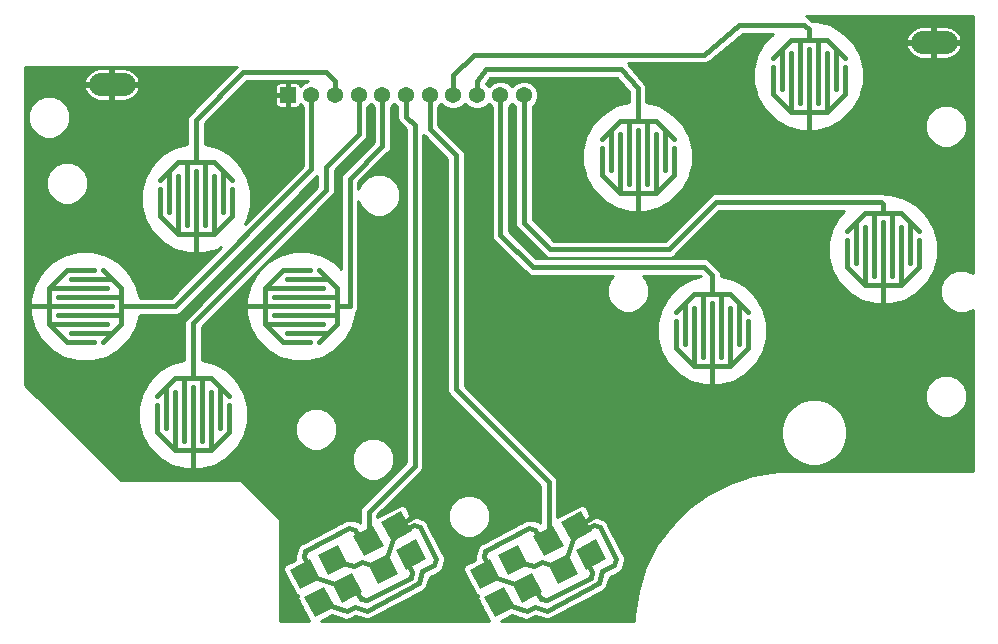
<source format=gtl>
G75*
%MOIN*%
%OFA0B0*%
%FSLAX25Y25*%
%IPPOS*%
%LPD*%
%AMOC8*
5,1,8,0,0,1.08239X$1,22.5*
%
%ADD10R,0.05400X0.05400*%
%ADD11C,0.05400*%
%ADD12C,0.01600*%
%ADD13R,0.01600X0.03200*%
%ADD14R,0.07500X0.07500*%
%ADD15R,0.03200X0.01600*%
%ADD16C,0.07800*%
%ADD17C,0.01000*%
%ADD18C,0.03762*%
D10*
X0094454Y0181379D03*
D11*
X0102328Y0181379D03*
X0110202Y0181379D03*
X0118076Y0181379D03*
X0125950Y0181379D03*
X0133824Y0181379D03*
X0141698Y0181379D03*
X0149572Y0181379D03*
X0157446Y0181379D03*
X0165320Y0181379D03*
X0173194Y0181379D03*
D12*
X0173194Y0138722D01*
X0181989Y0129927D01*
X0221359Y0129927D01*
X0237107Y0145675D01*
X0292225Y0145675D01*
X0292824Y0145076D01*
X0292824Y0141942D01*
X0289824Y0141942D02*
X0295824Y0141942D01*
X0295824Y0120942D01*
X0298824Y0117942D02*
X0292824Y0117942D01*
X0292824Y0105911D01*
X0292824Y0117942D02*
X0286824Y0117942D01*
X0280824Y0123942D01*
X0280824Y0132942D01*
X0280824Y0135942D02*
X0283824Y0138942D01*
X0283824Y0125442D01*
X0289824Y0120942D02*
X0289824Y0141942D01*
X0286824Y0141942D01*
X0283824Y0138942D01*
X0286824Y0137442D02*
X0286824Y0117942D01*
X0292824Y0117942D02*
X0292824Y0138942D01*
X0295824Y0141942D02*
X0298824Y0141942D01*
X0301824Y0138942D01*
X0304824Y0135942D01*
X0304824Y0132942D02*
X0304824Y0123942D01*
X0298824Y0117942D01*
X0298824Y0137442D01*
X0301824Y0138942D02*
X0301824Y0125442D01*
X0247824Y0108942D02*
X0244824Y0111942D01*
X0244824Y0098442D01*
X0247824Y0096942D02*
X0247824Y0105942D01*
X0244824Y0111942D02*
X0241824Y0114942D01*
X0238824Y0114942D01*
X0238824Y0093942D01*
X0241824Y0090942D02*
X0235824Y0090942D01*
X0235824Y0078942D01*
X0235824Y0090942D02*
X0229824Y0090942D01*
X0223824Y0096942D01*
X0223824Y0105942D01*
X0223824Y0108942D02*
X0226824Y0111942D01*
X0226824Y0098442D01*
X0232824Y0093942D02*
X0232824Y0114942D01*
X0238824Y0114942D01*
X0235824Y0114942D02*
X0235824Y0121368D01*
X0233170Y0124021D01*
X0176083Y0124021D01*
X0165320Y0134785D01*
X0165320Y0181379D01*
X0157446Y0181379D02*
X0157446Y0186092D01*
X0160335Y0189982D01*
X0205611Y0189982D01*
X0211009Y0183584D01*
X0211009Y0172840D01*
X0208009Y0172840D02*
X0214009Y0172840D01*
X0214009Y0151840D01*
X0217009Y0148840D02*
X0211009Y0148840D01*
X0211009Y0137801D01*
X0211009Y0148840D02*
X0205009Y0148840D01*
X0199009Y0154840D01*
X0199009Y0163840D01*
X0199009Y0166840D02*
X0202009Y0169840D01*
X0202009Y0156340D01*
X0208009Y0151840D02*
X0208009Y0172840D01*
X0205009Y0172840D01*
X0202009Y0169840D01*
X0205009Y0168340D02*
X0205009Y0148840D01*
X0211009Y0148840D02*
X0211009Y0169840D01*
X0214009Y0172840D02*
X0217009Y0172840D01*
X0220009Y0169840D01*
X0223009Y0166840D01*
X0220009Y0169840D02*
X0220009Y0156340D01*
X0223009Y0154840D02*
X0223009Y0163840D01*
X0217009Y0168340D02*
X0217009Y0148840D01*
X0223009Y0154840D01*
X0256009Y0181840D02*
X0262009Y0175840D01*
X0262009Y0195340D01*
X0259009Y0196840D02*
X0256009Y0193840D01*
X0256009Y0190840D02*
X0256009Y0181840D01*
X0259009Y0183340D02*
X0259009Y0196840D01*
X0262009Y0199840D01*
X0265009Y0199840D01*
X0265009Y0178840D01*
X0268009Y0175840D02*
X0262009Y0175840D01*
X0268009Y0175840D02*
X0268009Y0163391D01*
X0268009Y0175840D02*
X0268009Y0196840D01*
X0274009Y0195340D02*
X0274009Y0175840D01*
X0280009Y0181840D01*
X0280009Y0190840D01*
X0280009Y0193840D02*
X0277009Y0196840D01*
X0277009Y0183340D01*
X0271009Y0178840D02*
X0271009Y0199840D01*
X0274009Y0199840D01*
X0277009Y0196840D01*
X0271009Y0199840D02*
X0265009Y0199840D01*
X0268009Y0199840D02*
X0268009Y0203356D01*
X0266635Y0204730D01*
X0244981Y0204730D01*
X0233170Y0194887D01*
X0156398Y0194887D01*
X0149572Y0188060D01*
X0149572Y0181379D01*
X0141698Y0181379D02*
X0141698Y0170218D01*
X0150493Y0161423D01*
X0150493Y0083273D01*
X0181387Y0052379D01*
X0181387Y0032716D01*
X0178352Y0033673D02*
X0176967Y0036334D01*
X0174944Y0036972D01*
X0160308Y0029353D01*
X0159670Y0027330D01*
X0161055Y0024669D01*
X0163133Y0020677D02*
X0171226Y0018126D01*
X0177295Y0016212D02*
X0178680Y0013551D01*
X0180704Y0012913D01*
X0195339Y0020532D01*
X0195977Y0022555D01*
X0194592Y0025216D01*
X0199331Y0022610D02*
X0203322Y0024688D01*
X0203960Y0026711D01*
X0198419Y0037355D01*
X0196396Y0037993D01*
X0193735Y0036607D01*
X0190700Y0037564D02*
X0202324Y0043942D01*
X0189744Y0034530D02*
X0187192Y0026437D01*
X0183200Y0024359D02*
X0179154Y0025635D01*
X0176493Y0024250D01*
X0172447Y0025526D01*
X0167982Y0011364D02*
X0174051Y0009450D01*
X0176712Y0010835D01*
X0180758Y0009559D01*
X0198055Y0018563D01*
X0199331Y0022610D01*
X0143960Y0026711D02*
X0138419Y0037355D01*
X0136396Y0037993D01*
X0133735Y0036607D01*
X0130700Y0037564D02*
X0142324Y0043942D01*
X0129744Y0034530D02*
X0127192Y0026437D01*
X0123200Y0024359D02*
X0119154Y0025635D01*
X0116493Y0024250D01*
X0112447Y0025526D01*
X0111226Y0018126D02*
X0103133Y0020677D01*
X0101055Y0024669D02*
X0099670Y0027330D01*
X0100308Y0029353D01*
X0114944Y0036972D01*
X0116967Y0036334D01*
X0118352Y0033673D01*
X0121387Y0032716D02*
X0121387Y0042505D01*
X0136713Y0057832D01*
X0136713Y0171265D01*
X0133824Y0174155D01*
X0133824Y0181379D01*
X0125950Y0181379D02*
X0125950Y0164438D01*
X0115060Y0153549D01*
X0115060Y0110942D01*
X0110824Y0110942D01*
X0110824Y0113942D02*
X0110824Y0107942D01*
X0089824Y0107942D01*
X0086824Y0104942D02*
X0092824Y0098942D01*
X0101824Y0098942D01*
X0104824Y0098942D02*
X0107824Y0101942D01*
X0094324Y0101942D01*
X0086824Y0104942D02*
X0106324Y0104942D01*
X0107824Y0101942D02*
X0110824Y0104942D01*
X0110824Y0107942D01*
X0107824Y0110942D02*
X0086824Y0110942D01*
X0074824Y0110942D01*
X0062824Y0105249D02*
X0062824Y0086942D01*
X0059824Y0086942D02*
X0065824Y0086942D01*
X0065824Y0065942D01*
X0068824Y0062942D02*
X0062824Y0062942D01*
X0062824Y0055919D01*
X0062824Y0062942D02*
X0056824Y0062942D01*
X0050824Y0068942D01*
X0050824Y0077942D01*
X0050824Y0080942D02*
X0053824Y0083942D01*
X0053824Y0070442D01*
X0059824Y0065942D02*
X0059824Y0086942D01*
X0056824Y0086942D01*
X0053824Y0083942D01*
X0056824Y0082442D02*
X0056824Y0062942D01*
X0062824Y0062942D02*
X0062824Y0083942D01*
X0065824Y0086942D02*
X0068824Y0086942D01*
X0071824Y0083942D01*
X0074824Y0080942D01*
X0074824Y0077942D02*
X0074824Y0068942D01*
X0068824Y0062942D01*
X0068824Y0082442D01*
X0071824Y0083942D02*
X0071824Y0070442D01*
X0035824Y0101942D02*
X0032824Y0098942D01*
X0029824Y0098942D02*
X0020824Y0098942D01*
X0014824Y0104942D01*
X0034324Y0104942D01*
X0035824Y0101942D02*
X0022324Y0101942D01*
X0017824Y0107942D02*
X0038824Y0107942D01*
X0038824Y0104942D01*
X0035824Y0101942D01*
X0038824Y0107942D02*
X0038824Y0113942D01*
X0017824Y0113942D01*
X0014824Y0110942D02*
X0007580Y0110942D01*
X0014824Y0110942D02*
X0035824Y0110942D01*
X0038824Y0110942D02*
X0056706Y0110942D01*
X0102328Y0156564D01*
X0102328Y0181379D01*
X0110202Y0181379D02*
X0110202Y0185966D01*
X0107186Y0188982D01*
X0079627Y0188982D01*
X0063824Y0173179D01*
X0063824Y0158942D01*
X0060824Y0158942D02*
X0066824Y0158942D01*
X0066824Y0137942D01*
X0069824Y0134942D02*
X0063824Y0134942D01*
X0063824Y0124942D01*
X0063824Y0134942D02*
X0057824Y0134942D01*
X0051824Y0140942D01*
X0051824Y0149942D01*
X0051824Y0152942D02*
X0054824Y0155942D01*
X0054824Y0142442D01*
X0060824Y0137942D02*
X0060824Y0158942D01*
X0057824Y0158942D01*
X0054824Y0155942D01*
X0057824Y0154442D02*
X0057824Y0134942D01*
X0063824Y0134942D02*
X0063824Y0155942D01*
X0066824Y0158942D02*
X0069824Y0158942D01*
X0072824Y0155942D01*
X0075824Y0152942D01*
X0075824Y0149942D02*
X0075824Y0140942D01*
X0069824Y0134942D01*
X0069824Y0154442D01*
X0072824Y0155942D02*
X0072824Y0142442D01*
X0092824Y0122942D02*
X0101824Y0122942D01*
X0104824Y0122942D02*
X0107824Y0119942D01*
X0094324Y0119942D01*
X0092824Y0122942D02*
X0086824Y0116942D01*
X0106324Y0116942D01*
X0107824Y0119942D02*
X0110824Y0116942D01*
X0110824Y0113942D01*
X0089824Y0113942D01*
X0086824Y0110942D02*
X0086824Y0116942D01*
X0086824Y0110942D02*
X0086824Y0104942D01*
X0062824Y0105249D02*
X0107186Y0149612D01*
X0107186Y0157486D01*
X0118076Y0168375D01*
X0118076Y0181379D01*
X0035824Y0119942D02*
X0032824Y0122942D01*
X0029824Y0122942D02*
X0020824Y0122942D01*
X0014824Y0116942D01*
X0034324Y0116942D01*
X0035824Y0119942D02*
X0022324Y0119942D01*
X0014824Y0116942D02*
X0014824Y0110942D01*
X0014824Y0104942D01*
X0038824Y0113942D02*
X0038824Y0116942D01*
X0035824Y0119942D01*
X0143960Y0026711D02*
X0143322Y0024688D01*
X0139331Y0022610D01*
X0138055Y0018563D01*
X0120758Y0009559D01*
X0116712Y0010835D01*
X0114051Y0009450D01*
X0107982Y0011364D01*
X0117295Y0016212D02*
X0118680Y0013551D01*
X0120704Y0012913D01*
X0135339Y0020532D01*
X0135977Y0022555D01*
X0134592Y0025216D01*
X0229824Y0090942D02*
X0229824Y0110442D01*
X0226824Y0111942D02*
X0229824Y0114942D01*
X0232824Y0114942D01*
X0235824Y0111942D02*
X0235824Y0090942D01*
X0229824Y0090942D01*
X0241824Y0090942D02*
X0247824Y0096942D01*
X0241824Y0090942D02*
X0241824Y0110442D01*
X0268009Y0175840D02*
X0274009Y0175840D01*
D13*
X0110824Y0110942D03*
X0086824Y0110942D03*
X0038824Y0110942D03*
X0014824Y0110942D03*
D14*
G36*
X0126444Y0031122D02*
X0119793Y0027659D01*
X0116330Y0034310D01*
X0122981Y0037773D01*
X0126444Y0031122D01*
G37*
G36*
X0126444Y0031122D02*
X0119793Y0027659D01*
X0116330Y0034310D01*
X0122981Y0037773D01*
X0126444Y0031122D01*
G37*
G36*
X0135757Y0035970D02*
X0129106Y0032507D01*
X0125643Y0039158D01*
X0132294Y0042621D01*
X0135757Y0035970D01*
G37*
G36*
X0135757Y0035970D02*
X0129106Y0032507D01*
X0125643Y0039158D01*
X0132294Y0042621D01*
X0135757Y0035970D01*
G37*
G36*
X0140606Y0026657D02*
X0133955Y0023194D01*
X0130492Y0029845D01*
X0137143Y0033308D01*
X0140606Y0026657D01*
G37*
G36*
X0131292Y0021808D02*
X0124641Y0018345D01*
X0121178Y0024996D01*
X0127829Y0028459D01*
X0131292Y0021808D01*
G37*
G36*
X0119317Y0015575D02*
X0112666Y0012112D01*
X0109203Y0018763D01*
X0115854Y0022226D01*
X0119317Y0015575D01*
G37*
G36*
X0110004Y0010726D02*
X0103353Y0007263D01*
X0099890Y0013914D01*
X0106541Y0017377D01*
X0110004Y0010726D01*
G37*
G36*
X0105155Y0020040D02*
X0098504Y0016577D01*
X0095041Y0023228D01*
X0101692Y0026691D01*
X0105155Y0020040D01*
G37*
G36*
X0114469Y0024888D02*
X0107818Y0021425D01*
X0104355Y0028076D01*
X0111006Y0031539D01*
X0114469Y0024888D01*
G37*
G36*
X0165155Y0020040D02*
X0158504Y0016577D01*
X0155041Y0023228D01*
X0161692Y0026691D01*
X0165155Y0020040D01*
G37*
G36*
X0174469Y0024888D02*
X0167818Y0021425D01*
X0164355Y0028076D01*
X0171006Y0031539D01*
X0174469Y0024888D01*
G37*
G36*
X0179317Y0015575D02*
X0172666Y0012112D01*
X0169203Y0018763D01*
X0175854Y0022226D01*
X0179317Y0015575D01*
G37*
G36*
X0191292Y0021808D02*
X0184641Y0018345D01*
X0181178Y0024996D01*
X0187829Y0028459D01*
X0191292Y0021808D01*
G37*
G36*
X0200606Y0026657D02*
X0193955Y0023194D01*
X0190492Y0029845D01*
X0197143Y0033308D01*
X0200606Y0026657D01*
G37*
G36*
X0195757Y0035970D02*
X0189106Y0032507D01*
X0185643Y0039158D01*
X0192294Y0042621D01*
X0195757Y0035970D01*
G37*
G36*
X0195757Y0035970D02*
X0189106Y0032507D01*
X0185643Y0039158D01*
X0192294Y0042621D01*
X0195757Y0035970D01*
G37*
G36*
X0186444Y0031122D02*
X0179793Y0027659D01*
X0176330Y0034310D01*
X0182981Y0037773D01*
X0186444Y0031122D01*
G37*
G36*
X0186444Y0031122D02*
X0179793Y0027659D01*
X0176330Y0034310D01*
X0182981Y0037773D01*
X0186444Y0031122D01*
G37*
G36*
X0170004Y0010726D02*
X0163353Y0007263D01*
X0159890Y0013914D01*
X0166541Y0017377D01*
X0170004Y0010726D01*
G37*
D15*
X0062824Y0062942D03*
X0062824Y0086942D03*
X0063824Y0134942D03*
X0063824Y0158942D03*
X0211009Y0148840D03*
X0211009Y0172840D03*
X0268009Y0175840D03*
X0268009Y0199840D03*
X0292824Y0141942D03*
X0292824Y0117942D03*
X0235824Y0114942D03*
X0235824Y0090942D03*
D16*
X0305924Y0198942D02*
X0313724Y0198942D01*
X0039724Y0184942D02*
X0031924Y0184942D01*
D17*
X0006924Y0084812D02*
X0038693Y0053042D01*
X0078693Y0053042D01*
X0090693Y0041042D01*
X0090693Y0041042D01*
X0091924Y0039812D01*
X0091924Y0006042D01*
X0101620Y0006042D01*
X0097625Y0013717D01*
X0097893Y0014567D01*
X0097043Y0014835D01*
X0092776Y0023031D01*
X0093299Y0024690D01*
X0096829Y0026527D01*
X0096731Y0027652D01*
X0096744Y0027694D01*
X0097078Y0028752D01*
X0097078Y0028752D01*
X0097531Y0030189D01*
X0097716Y0030775D01*
X0098060Y0031185D01*
X0098457Y0031659D01*
X0099481Y0032192D01*
X0099481Y0032192D01*
X0113093Y0039278D01*
X0113093Y0039278D01*
X0114116Y0039810D01*
X0115266Y0039911D01*
X0115286Y0039904D01*
X0116366Y0039564D01*
X0116366Y0039564D01*
X0118347Y0038939D01*
X0118389Y0038926D01*
X0118487Y0038844D01*
X0118487Y0043082D01*
X0118928Y0044148D01*
X0133813Y0059033D01*
X0133813Y0170064D01*
X0132181Y0171696D01*
X0131365Y0172512D01*
X0130924Y0173578D01*
X0130924Y0177491D01*
X0129887Y0178528D01*
X0128850Y0177491D01*
X0128850Y0163862D01*
X0128408Y0162796D01*
X0127592Y0161980D01*
X0117960Y0152347D01*
X0117960Y0149925D01*
X0118805Y0151964D01*
X0120802Y0153961D01*
X0123411Y0155042D01*
X0126236Y0155042D01*
X0128845Y0153961D01*
X0130843Y0151964D01*
X0131924Y0149355D01*
X0131924Y0146530D01*
X0130843Y0143921D01*
X0128845Y0141923D01*
X0126236Y0140842D01*
X0123411Y0140842D01*
X0120802Y0141923D01*
X0118805Y0143921D01*
X0117960Y0145960D01*
X0117960Y0110366D01*
X0117518Y0109300D01*
X0117174Y0108955D01*
X0117174Y0108527D01*
X0115923Y0103860D01*
X0113507Y0099675D01*
X0110091Y0096259D01*
X0105906Y0093843D01*
X0101239Y0092592D01*
X0096408Y0092592D01*
X0091741Y0093843D01*
X0087556Y0096259D01*
X0084140Y0099675D01*
X0081724Y0103860D01*
X0080474Y0108527D01*
X0080474Y0113358D01*
X0081724Y0118025D01*
X0084140Y0122210D01*
X0087556Y0125626D01*
X0091741Y0128042D01*
X0096408Y0129292D01*
X0101239Y0129292D01*
X0105906Y0128042D01*
X0110091Y0125626D01*
X0112160Y0123557D01*
X0112160Y0154126D01*
X0112601Y0155191D01*
X0113417Y0156007D01*
X0113417Y0156007D01*
X0123050Y0165640D01*
X0123050Y0177491D01*
X0122013Y0178528D01*
X0120976Y0177491D01*
X0120976Y0167799D01*
X0120534Y0166733D01*
X0119718Y0165917D01*
X0119718Y0165917D01*
X0110086Y0156284D01*
X0110086Y0149035D01*
X0109644Y0147969D01*
X0065724Y0104048D01*
X0065724Y0093163D01*
X0069906Y0092042D01*
X0074091Y0089626D01*
X0077507Y0086210D01*
X0079923Y0082025D01*
X0081174Y0077358D01*
X0081174Y0072527D01*
X0079923Y0067860D01*
X0077507Y0063675D01*
X0074091Y0060259D01*
X0069906Y0057843D01*
X0065239Y0056592D01*
X0060408Y0056592D01*
X0055741Y0057843D01*
X0051556Y0060259D01*
X0048140Y0063675D01*
X0045724Y0067860D01*
X0044474Y0072527D01*
X0044474Y0077358D01*
X0045724Y0082025D01*
X0048140Y0086210D01*
X0051556Y0089626D01*
X0055741Y0092042D01*
X0059924Y0093163D01*
X0059924Y0105826D01*
X0060365Y0106892D01*
X0104286Y0150813D01*
X0104286Y0154421D01*
X0058348Y0108484D01*
X0057282Y0108042D01*
X0045044Y0108042D01*
X0043923Y0103860D01*
X0041507Y0099675D01*
X0038091Y0096259D01*
X0033906Y0093843D01*
X0029239Y0092592D01*
X0024408Y0092592D01*
X0019741Y0093843D01*
X0015556Y0096259D01*
X0012140Y0099675D01*
X0009724Y0103860D01*
X0008474Y0108527D01*
X0008474Y0113358D01*
X0009724Y0118025D01*
X0012140Y0122210D01*
X0015556Y0125626D01*
X0019741Y0128042D01*
X0024408Y0129292D01*
X0029239Y0129292D01*
X0033906Y0128042D01*
X0038091Y0125626D01*
X0041507Y0122210D01*
X0043923Y0118025D01*
X0045044Y0113842D01*
X0055504Y0113842D01*
X0072322Y0130660D01*
X0070906Y0129843D01*
X0066239Y0128592D01*
X0061408Y0128592D01*
X0056741Y0129843D01*
X0052556Y0132259D01*
X0049140Y0135675D01*
X0046724Y0139860D01*
X0045474Y0144527D01*
X0045474Y0149358D01*
X0046724Y0154025D01*
X0049140Y0158210D01*
X0052556Y0161626D01*
X0056741Y0164042D01*
X0060924Y0165163D01*
X0060924Y0173755D01*
X0061365Y0174821D01*
X0077168Y0190624D01*
X0077363Y0190819D01*
X0006924Y0190819D01*
X0006924Y0084812D01*
X0006924Y0084822D02*
X0047339Y0084822D01*
X0047915Y0085820D02*
X0006924Y0085820D01*
X0006924Y0086819D02*
X0048749Y0086819D01*
X0049748Y0087817D02*
X0006924Y0087817D01*
X0006924Y0088816D02*
X0050746Y0088816D01*
X0051883Y0089814D02*
X0006924Y0089814D01*
X0006924Y0090813D02*
X0053612Y0090813D01*
X0055342Y0091811D02*
X0006924Y0091811D01*
X0006924Y0092810D02*
X0023596Y0092810D01*
X0019870Y0093808D02*
X0006924Y0093808D01*
X0006924Y0094807D02*
X0018071Y0094807D01*
X0016342Y0095805D02*
X0006924Y0095805D01*
X0006924Y0096804D02*
X0015011Y0096804D01*
X0014013Y0097802D02*
X0006924Y0097802D01*
X0006924Y0098801D02*
X0013014Y0098801D01*
X0012068Y0099799D02*
X0006924Y0099799D01*
X0006924Y0100798D02*
X0011492Y0100798D01*
X0010915Y0101796D02*
X0006924Y0101796D01*
X0006924Y0102795D02*
X0010339Y0102795D01*
X0009762Y0103793D02*
X0006924Y0103793D01*
X0006924Y0104792D02*
X0009474Y0104792D01*
X0009207Y0105791D02*
X0006924Y0105791D01*
X0006924Y0106789D02*
X0008939Y0106789D01*
X0008672Y0107788D02*
X0006924Y0107788D01*
X0006924Y0108786D02*
X0008474Y0108786D01*
X0008474Y0109785D02*
X0006924Y0109785D01*
X0006924Y0110783D02*
X0008474Y0110783D01*
X0008474Y0111782D02*
X0006924Y0111782D01*
X0006924Y0112780D02*
X0008474Y0112780D01*
X0008586Y0113779D02*
X0006924Y0113779D01*
X0006924Y0114777D02*
X0008854Y0114777D01*
X0009121Y0115776D02*
X0006924Y0115776D01*
X0006924Y0116774D02*
X0009389Y0116774D01*
X0009656Y0117773D02*
X0006924Y0117773D01*
X0006924Y0118771D02*
X0010155Y0118771D01*
X0010731Y0119770D02*
X0006924Y0119770D01*
X0006924Y0120768D02*
X0011308Y0120768D01*
X0011884Y0121767D02*
X0006924Y0121767D01*
X0006924Y0122765D02*
X0012696Y0122765D01*
X0013694Y0123764D02*
X0006924Y0123764D01*
X0006924Y0124762D02*
X0014693Y0124762D01*
X0015790Y0125761D02*
X0006924Y0125761D01*
X0006924Y0126759D02*
X0017519Y0126759D01*
X0019249Y0127758D02*
X0006924Y0127758D01*
X0006924Y0128756D02*
X0022407Y0128756D01*
X0031240Y0128756D02*
X0060796Y0128756D01*
X0057070Y0129755D02*
X0006924Y0129755D01*
X0006924Y0130753D02*
X0055164Y0130753D01*
X0053434Y0131752D02*
X0006924Y0131752D01*
X0006924Y0132750D02*
X0052065Y0132750D01*
X0051066Y0133749D02*
X0006924Y0133749D01*
X0006924Y0134747D02*
X0050068Y0134747D01*
X0049099Y0135746D02*
X0006924Y0135746D01*
X0006924Y0136744D02*
X0048523Y0136744D01*
X0047946Y0137743D02*
X0006924Y0137743D01*
X0006924Y0138741D02*
X0047370Y0138741D01*
X0046793Y0139740D02*
X0006924Y0139740D01*
X0006924Y0140738D02*
X0046489Y0140738D01*
X0046221Y0141737D02*
X0006924Y0141737D01*
X0006924Y0142735D02*
X0045954Y0142735D01*
X0045686Y0143734D02*
X0006924Y0143734D01*
X0006924Y0144732D02*
X0045474Y0144732D01*
X0045474Y0145731D02*
X0024381Y0145731D01*
X0024845Y0145923D02*
X0026843Y0147921D01*
X0027924Y0150530D01*
X0027924Y0153355D01*
X0026843Y0155964D01*
X0024845Y0157961D01*
X0022236Y0159042D01*
X0019411Y0159042D01*
X0016802Y0157961D01*
X0014805Y0155964D01*
X0013724Y0153355D01*
X0013724Y0150530D01*
X0014805Y0147921D01*
X0016802Y0145923D01*
X0019411Y0144842D01*
X0022236Y0144842D01*
X0024845Y0145923D01*
X0025652Y0146729D02*
X0045474Y0146729D01*
X0045474Y0147728D02*
X0026650Y0147728D01*
X0027177Y0148727D02*
X0045474Y0148727D01*
X0045572Y0149725D02*
X0027590Y0149725D01*
X0027924Y0150724D02*
X0045839Y0150724D01*
X0046107Y0151722D02*
X0027924Y0151722D01*
X0027924Y0152721D02*
X0046375Y0152721D01*
X0046642Y0153719D02*
X0027773Y0153719D01*
X0027359Y0154718D02*
X0047124Y0154718D01*
X0047700Y0155716D02*
X0026945Y0155716D01*
X0026092Y0156715D02*
X0048277Y0156715D01*
X0048853Y0157713D02*
X0025094Y0157713D01*
X0023034Y0158712D02*
X0049642Y0158712D01*
X0050641Y0159710D02*
X0006924Y0159710D01*
X0006924Y0158712D02*
X0018613Y0158712D01*
X0016553Y0157713D02*
X0006924Y0157713D01*
X0006924Y0156715D02*
X0015555Y0156715D01*
X0014702Y0155716D02*
X0006924Y0155716D01*
X0006924Y0154718D02*
X0014288Y0154718D01*
X0013875Y0153719D02*
X0006924Y0153719D01*
X0006924Y0152721D02*
X0013724Y0152721D01*
X0013724Y0151722D02*
X0006924Y0151722D01*
X0006924Y0150724D02*
X0013724Y0150724D01*
X0014057Y0149725D02*
X0006924Y0149725D01*
X0006924Y0148727D02*
X0014471Y0148727D01*
X0014997Y0147728D02*
X0006924Y0147728D01*
X0006924Y0146729D02*
X0015996Y0146729D01*
X0017266Y0145731D02*
X0006924Y0145731D01*
X0006924Y0160709D02*
X0051639Y0160709D01*
X0052697Y0161707D02*
X0006924Y0161707D01*
X0006924Y0162706D02*
X0054426Y0162706D01*
X0056156Y0163704D02*
X0006924Y0163704D01*
X0006924Y0164703D02*
X0059207Y0164703D01*
X0060924Y0165701D02*
X0006924Y0165701D01*
X0006924Y0166700D02*
X0060924Y0166700D01*
X0060924Y0167698D02*
X0018302Y0167698D01*
X0018845Y0167923D02*
X0020843Y0169921D01*
X0021924Y0172530D01*
X0021924Y0175355D01*
X0020843Y0177964D01*
X0018845Y0179961D01*
X0016236Y0181042D01*
X0013411Y0181042D01*
X0010802Y0179961D01*
X0008805Y0177964D01*
X0007724Y0175355D01*
X0007724Y0172530D01*
X0008805Y0169921D01*
X0010802Y0167923D01*
X0013411Y0166842D01*
X0016236Y0166842D01*
X0018845Y0167923D01*
X0019619Y0168697D02*
X0060924Y0168697D01*
X0060924Y0169695D02*
X0020617Y0169695D01*
X0021163Y0170694D02*
X0060924Y0170694D01*
X0060924Y0171692D02*
X0021577Y0171692D01*
X0021924Y0172691D02*
X0060924Y0172691D01*
X0060924Y0173689D02*
X0021924Y0173689D01*
X0021924Y0174688D02*
X0061310Y0174688D01*
X0062230Y0175686D02*
X0021786Y0175686D01*
X0021373Y0176685D02*
X0063229Y0176685D01*
X0064227Y0177683D02*
X0020959Y0177683D01*
X0020125Y0178682D02*
X0065226Y0178682D01*
X0066224Y0179680D02*
X0041004Y0179680D01*
X0040988Y0179675D02*
X0041796Y0179938D01*
X0042554Y0180324D01*
X0043241Y0180823D01*
X0043843Y0181424D01*
X0044342Y0182112D01*
X0044728Y0182869D01*
X0044991Y0183678D01*
X0045112Y0184442D01*
X0036324Y0184442D01*
X0036324Y0185442D01*
X0045112Y0185442D01*
X0044991Y0186207D01*
X0044728Y0187015D01*
X0044342Y0187773D01*
X0043843Y0188460D01*
X0043241Y0189061D01*
X0042554Y0189561D01*
X0041796Y0189947D01*
X0040988Y0190209D01*
X0040149Y0190342D01*
X0036324Y0190342D01*
X0036324Y0185442D01*
X0035324Y0185442D01*
X0035324Y0190342D01*
X0031499Y0190342D01*
X0030659Y0190209D01*
X0029851Y0189947D01*
X0029093Y0189561D01*
X0028406Y0189061D01*
X0027805Y0188460D01*
X0027305Y0187773D01*
X0026919Y0187015D01*
X0026657Y0186207D01*
X0026535Y0185442D01*
X0035324Y0185442D01*
X0035324Y0184442D01*
X0036324Y0184442D01*
X0036324Y0179542D01*
X0040149Y0179542D01*
X0040988Y0179675D01*
X0043042Y0180679D02*
X0067223Y0180679D01*
X0068221Y0181677D02*
X0044026Y0181677D01*
X0044629Y0182676D02*
X0069220Y0182676D01*
X0070218Y0183674D02*
X0044990Y0183674D01*
X0045075Y0185671D02*
X0072215Y0185671D01*
X0071217Y0184673D02*
X0036324Y0184673D01*
X0036324Y0185671D02*
X0035324Y0185671D01*
X0035324Y0184673D02*
X0006924Y0184673D01*
X0006924Y0185671D02*
X0026572Y0185671D01*
X0026807Y0186670D02*
X0006924Y0186670D01*
X0006924Y0187668D02*
X0027252Y0187668D01*
X0028011Y0188667D02*
X0006924Y0188667D01*
X0006924Y0189665D02*
X0029299Y0189665D01*
X0026535Y0184442D02*
X0026657Y0183678D01*
X0026919Y0182869D01*
X0027305Y0182112D01*
X0027805Y0181424D01*
X0028406Y0180823D01*
X0029093Y0180324D01*
X0029851Y0179938D01*
X0030659Y0179675D01*
X0031499Y0179542D01*
X0035324Y0179542D01*
X0035324Y0184442D01*
X0026535Y0184442D01*
X0026658Y0183674D02*
X0006924Y0183674D01*
X0006924Y0182676D02*
X0027018Y0182676D01*
X0027621Y0181677D02*
X0006924Y0181677D01*
X0006924Y0180679D02*
X0012534Y0180679D01*
X0010521Y0179680D02*
X0006924Y0179680D01*
X0006924Y0178682D02*
X0009522Y0178682D01*
X0008688Y0177683D02*
X0006924Y0177683D01*
X0006924Y0176685D02*
X0008275Y0176685D01*
X0007861Y0175686D02*
X0006924Y0175686D01*
X0006924Y0174688D02*
X0007724Y0174688D01*
X0007724Y0173689D02*
X0006924Y0173689D01*
X0006924Y0172691D02*
X0007724Y0172691D01*
X0008071Y0171692D02*
X0006924Y0171692D01*
X0006924Y0170694D02*
X0008484Y0170694D01*
X0009030Y0169695D02*
X0006924Y0169695D01*
X0006924Y0168697D02*
X0010028Y0168697D01*
X0011345Y0167698D02*
X0006924Y0167698D01*
X0017113Y0180679D02*
X0028605Y0180679D01*
X0030644Y0179680D02*
X0019127Y0179680D01*
X0035324Y0179680D02*
X0036324Y0179680D01*
X0036324Y0180679D02*
X0035324Y0180679D01*
X0035324Y0181677D02*
X0036324Y0181677D01*
X0036324Y0182676D02*
X0035324Y0182676D01*
X0035324Y0183674D02*
X0036324Y0183674D01*
X0036324Y0186670D02*
X0035324Y0186670D01*
X0035324Y0187668D02*
X0036324Y0187668D01*
X0036324Y0188667D02*
X0035324Y0188667D01*
X0035324Y0189665D02*
X0036324Y0189665D01*
X0042349Y0189665D02*
X0076209Y0189665D01*
X0075211Y0188667D02*
X0043636Y0188667D01*
X0044395Y0187668D02*
X0074212Y0187668D01*
X0073214Y0186670D02*
X0044840Y0186670D01*
X0066724Y0171977D02*
X0080828Y0186082D01*
X0101137Y0186082D01*
X0099609Y0185449D01*
X0098608Y0184448D01*
X0098551Y0184658D01*
X0098354Y0185000D01*
X0098075Y0185280D01*
X0097733Y0185477D01*
X0097351Y0185579D01*
X0094854Y0185579D01*
X0094854Y0181779D01*
X0094054Y0181779D01*
X0094053Y0181779D02*
X0094053Y0180979D01*
X0090254Y0180979D01*
X0090254Y0178482D01*
X0090356Y0178100D01*
X0090553Y0177758D01*
X0090833Y0177479D01*
X0091175Y0177282D01*
X0091556Y0177179D01*
X0094054Y0177179D01*
X0094054Y0180979D01*
X0094854Y0180979D01*
X0094854Y0177179D01*
X0097351Y0177179D01*
X0097733Y0177282D01*
X0098075Y0177479D01*
X0098354Y0177758D01*
X0098551Y0178100D01*
X0098608Y0178311D01*
X0099428Y0177491D01*
X0099428Y0157766D01*
X0080106Y0138444D01*
X0080923Y0139860D01*
X0082174Y0144527D01*
X0082174Y0149358D01*
X0080923Y0154025D01*
X0078507Y0158210D01*
X0075091Y0161626D01*
X0070906Y0164042D01*
X0066724Y0165163D01*
X0066724Y0171977D01*
X0066724Y0171692D02*
X0099428Y0171692D01*
X0099428Y0170694D02*
X0066724Y0170694D01*
X0066724Y0169695D02*
X0099428Y0169695D01*
X0099428Y0168697D02*
X0066724Y0168697D01*
X0066724Y0167698D02*
X0099428Y0167698D01*
X0099428Y0166700D02*
X0066724Y0166700D01*
X0066724Y0165701D02*
X0099428Y0165701D01*
X0099428Y0164703D02*
X0068440Y0164703D01*
X0071491Y0163704D02*
X0099428Y0163704D01*
X0099428Y0162706D02*
X0073221Y0162706D01*
X0074950Y0161707D02*
X0099428Y0161707D01*
X0099428Y0160709D02*
X0076008Y0160709D01*
X0077007Y0159710D02*
X0099428Y0159710D01*
X0099428Y0158712D02*
X0078005Y0158712D01*
X0078794Y0157713D02*
X0099375Y0157713D01*
X0098377Y0156715D02*
X0079370Y0156715D01*
X0079947Y0155716D02*
X0097378Y0155716D01*
X0096380Y0154718D02*
X0080523Y0154718D01*
X0081005Y0153719D02*
X0095381Y0153719D01*
X0094382Y0152721D02*
X0081273Y0152721D01*
X0081540Y0151722D02*
X0093384Y0151722D01*
X0092385Y0150724D02*
X0081808Y0150724D01*
X0082075Y0149725D02*
X0091387Y0149725D01*
X0090388Y0148727D02*
X0082174Y0148727D01*
X0082174Y0147728D02*
X0089390Y0147728D01*
X0088391Y0146729D02*
X0082174Y0146729D01*
X0082174Y0145731D02*
X0087393Y0145731D01*
X0086394Y0144732D02*
X0082174Y0144732D01*
X0081961Y0143734D02*
X0085396Y0143734D01*
X0084397Y0142735D02*
X0081694Y0142735D01*
X0081426Y0141737D02*
X0083399Y0141737D01*
X0082400Y0140738D02*
X0081159Y0140738D01*
X0081402Y0139740D02*
X0080854Y0139740D01*
X0080403Y0138741D02*
X0080278Y0138741D01*
X0084612Y0134747D02*
X0088220Y0134747D01*
X0087222Y0133749D02*
X0083613Y0133749D01*
X0082615Y0132750D02*
X0086223Y0132750D01*
X0085225Y0131752D02*
X0081616Y0131752D01*
X0080618Y0130753D02*
X0084226Y0130753D01*
X0083228Y0129755D02*
X0079619Y0129755D01*
X0078621Y0128756D02*
X0082229Y0128756D01*
X0081231Y0127758D02*
X0077622Y0127758D01*
X0076624Y0126759D02*
X0080232Y0126759D01*
X0079234Y0125761D02*
X0075625Y0125761D01*
X0074627Y0124762D02*
X0078235Y0124762D01*
X0077237Y0123764D02*
X0073628Y0123764D01*
X0072630Y0122765D02*
X0076238Y0122765D01*
X0075240Y0121767D02*
X0071631Y0121767D01*
X0070633Y0120768D02*
X0074241Y0120768D01*
X0073243Y0119770D02*
X0069634Y0119770D01*
X0068636Y0118771D02*
X0072244Y0118771D01*
X0071246Y0117773D02*
X0067637Y0117773D01*
X0066638Y0116774D02*
X0070247Y0116774D01*
X0069249Y0115776D02*
X0065640Y0115776D01*
X0064641Y0114777D02*
X0068250Y0114777D01*
X0067252Y0113779D02*
X0063643Y0113779D01*
X0062644Y0112780D02*
X0066253Y0112780D01*
X0065255Y0111782D02*
X0061646Y0111782D01*
X0060647Y0110783D02*
X0064256Y0110783D01*
X0063258Y0109785D02*
X0059649Y0109785D01*
X0058650Y0108786D02*
X0062259Y0108786D01*
X0061260Y0107788D02*
X0044976Y0107788D01*
X0044708Y0106789D02*
X0060322Y0106789D01*
X0059924Y0105791D02*
X0044440Y0105791D01*
X0044173Y0104792D02*
X0059924Y0104792D01*
X0059924Y0103793D02*
X0043885Y0103793D01*
X0043308Y0102795D02*
X0059924Y0102795D01*
X0059924Y0101796D02*
X0042732Y0101796D01*
X0042155Y0100798D02*
X0059924Y0100798D01*
X0059924Y0099799D02*
X0041579Y0099799D01*
X0040633Y0098801D02*
X0059924Y0098801D01*
X0059924Y0097802D02*
X0039635Y0097802D01*
X0038636Y0096804D02*
X0059924Y0096804D01*
X0059924Y0095805D02*
X0037306Y0095805D01*
X0035576Y0094807D02*
X0059924Y0094807D01*
X0059924Y0093808D02*
X0033778Y0093808D01*
X0030051Y0092810D02*
X0058607Y0092810D01*
X0065724Y0093808D02*
X0091870Y0093808D01*
X0090071Y0094807D02*
X0065724Y0094807D01*
X0065724Y0095805D02*
X0088342Y0095805D01*
X0087011Y0096804D02*
X0065724Y0096804D01*
X0065724Y0097802D02*
X0086013Y0097802D01*
X0085014Y0098801D02*
X0065724Y0098801D01*
X0065724Y0099799D02*
X0084068Y0099799D01*
X0083492Y0100798D02*
X0065724Y0100798D01*
X0065724Y0101796D02*
X0082915Y0101796D01*
X0082339Y0102795D02*
X0065724Y0102795D01*
X0065724Y0103793D02*
X0081762Y0103793D01*
X0081474Y0104792D02*
X0066467Y0104792D01*
X0067466Y0105791D02*
X0081207Y0105791D01*
X0080939Y0106789D02*
X0068464Y0106789D01*
X0069463Y0107788D02*
X0080672Y0107788D01*
X0080474Y0108786D02*
X0070461Y0108786D01*
X0071460Y0109785D02*
X0080474Y0109785D01*
X0080474Y0110783D02*
X0072458Y0110783D01*
X0073457Y0111782D02*
X0080474Y0111782D01*
X0080474Y0112780D02*
X0074455Y0112780D01*
X0075454Y0113779D02*
X0080586Y0113779D01*
X0080854Y0114777D02*
X0076453Y0114777D01*
X0077451Y0115776D02*
X0081121Y0115776D01*
X0081389Y0116774D02*
X0078450Y0116774D01*
X0079448Y0117773D02*
X0081656Y0117773D01*
X0082155Y0118771D02*
X0080447Y0118771D01*
X0081445Y0119770D02*
X0082731Y0119770D01*
X0082444Y0120768D02*
X0083308Y0120768D01*
X0083442Y0121767D02*
X0083884Y0121767D01*
X0084441Y0122765D02*
X0084696Y0122765D01*
X0085439Y0123764D02*
X0085694Y0123764D01*
X0086438Y0124762D02*
X0086693Y0124762D01*
X0087436Y0125761D02*
X0087790Y0125761D01*
X0088435Y0126759D02*
X0089519Y0126759D01*
X0089433Y0127758D02*
X0091249Y0127758D01*
X0090432Y0128756D02*
X0094407Y0128756D01*
X0092429Y0130753D02*
X0112160Y0130753D01*
X0112160Y0129755D02*
X0091430Y0129755D01*
X0093427Y0131752D02*
X0112160Y0131752D01*
X0112160Y0132750D02*
X0094426Y0132750D01*
X0095424Y0133749D02*
X0112160Y0133749D01*
X0112160Y0134747D02*
X0096423Y0134747D01*
X0097421Y0135746D02*
X0112160Y0135746D01*
X0112160Y0136744D02*
X0098420Y0136744D01*
X0099418Y0137743D02*
X0112160Y0137743D01*
X0112160Y0138741D02*
X0100417Y0138741D01*
X0101415Y0139740D02*
X0112160Y0139740D01*
X0112160Y0140738D02*
X0102414Y0140738D01*
X0103412Y0141737D02*
X0112160Y0141737D01*
X0112160Y0142735D02*
X0104411Y0142735D01*
X0105409Y0143734D02*
X0112160Y0143734D01*
X0112160Y0144732D02*
X0106408Y0144732D01*
X0107406Y0145731D02*
X0112160Y0145731D01*
X0112160Y0146729D02*
X0108405Y0146729D01*
X0109403Y0147728D02*
X0112160Y0147728D01*
X0112160Y0148727D02*
X0109958Y0148727D01*
X0110086Y0149725D02*
X0112160Y0149725D01*
X0112160Y0150724D02*
X0110086Y0150724D01*
X0110086Y0151722D02*
X0112160Y0151722D01*
X0112160Y0152721D02*
X0110086Y0152721D01*
X0110086Y0153719D02*
X0112160Y0153719D01*
X0112405Y0154718D02*
X0110086Y0154718D01*
X0110086Y0155716D02*
X0113126Y0155716D01*
X0114125Y0156715D02*
X0110516Y0156715D01*
X0111514Y0157713D02*
X0115123Y0157713D01*
X0116122Y0158712D02*
X0112513Y0158712D01*
X0113511Y0159710D02*
X0117120Y0159710D01*
X0118119Y0160709D02*
X0114510Y0160709D01*
X0115509Y0161707D02*
X0119117Y0161707D01*
X0120116Y0162706D02*
X0116507Y0162706D01*
X0117506Y0163704D02*
X0121114Y0163704D01*
X0122113Y0164703D02*
X0118504Y0164703D01*
X0119503Y0165701D02*
X0123050Y0165701D01*
X0123050Y0166700D02*
X0120501Y0166700D01*
X0120934Y0167698D02*
X0123050Y0167698D01*
X0123050Y0168697D02*
X0120976Y0168697D01*
X0120976Y0169695D02*
X0123050Y0169695D01*
X0123050Y0170694D02*
X0120976Y0170694D01*
X0120976Y0171692D02*
X0123050Y0171692D01*
X0123050Y0172691D02*
X0120976Y0172691D01*
X0120976Y0173689D02*
X0123050Y0173689D01*
X0123050Y0174688D02*
X0120976Y0174688D01*
X0120976Y0175686D02*
X0123050Y0175686D01*
X0123050Y0176685D02*
X0120976Y0176685D01*
X0121168Y0177683D02*
X0122857Y0177683D01*
X0128850Y0176685D02*
X0130924Y0176685D01*
X0130924Y0175686D02*
X0128850Y0175686D01*
X0128850Y0174688D02*
X0130924Y0174688D01*
X0130924Y0173689D02*
X0128850Y0173689D01*
X0128850Y0172691D02*
X0131291Y0172691D01*
X0132185Y0171692D02*
X0128850Y0171692D01*
X0128850Y0170694D02*
X0133184Y0170694D01*
X0133813Y0169695D02*
X0128850Y0169695D01*
X0128850Y0168697D02*
X0133813Y0168697D01*
X0133813Y0167698D02*
X0128850Y0167698D01*
X0128850Y0166700D02*
X0133813Y0166700D01*
X0133813Y0165701D02*
X0128850Y0165701D01*
X0128850Y0164703D02*
X0133813Y0164703D01*
X0133813Y0163704D02*
X0128784Y0163704D01*
X0128318Y0162706D02*
X0133813Y0162706D01*
X0133813Y0161707D02*
X0127320Y0161707D01*
X0126321Y0160709D02*
X0133813Y0160709D01*
X0133813Y0159710D02*
X0125323Y0159710D01*
X0124324Y0158712D02*
X0133813Y0158712D01*
X0133813Y0157713D02*
X0123326Y0157713D01*
X0122327Y0156715D02*
X0133813Y0156715D01*
X0133813Y0155716D02*
X0121328Y0155716D01*
X0120330Y0154718D02*
X0122627Y0154718D01*
X0120559Y0153719D02*
X0119331Y0153719D01*
X0119561Y0152721D02*
X0118333Y0152721D01*
X0118704Y0151722D02*
X0117960Y0151722D01*
X0117960Y0150724D02*
X0118291Y0150724D01*
X0118055Y0145731D02*
X0117960Y0145731D01*
X0117960Y0144732D02*
X0118468Y0144732D01*
X0117960Y0143734D02*
X0118991Y0143734D01*
X0119990Y0142735D02*
X0117960Y0142735D01*
X0117960Y0141737D02*
X0121252Y0141737D01*
X0117960Y0140738D02*
X0133813Y0140738D01*
X0133813Y0139740D02*
X0117960Y0139740D01*
X0117960Y0138741D02*
X0133813Y0138741D01*
X0133813Y0137743D02*
X0117960Y0137743D01*
X0117960Y0136744D02*
X0133813Y0136744D01*
X0133813Y0135746D02*
X0117960Y0135746D01*
X0117960Y0134747D02*
X0133813Y0134747D01*
X0133813Y0133749D02*
X0117960Y0133749D01*
X0117960Y0132750D02*
X0133813Y0132750D01*
X0133813Y0131752D02*
X0117960Y0131752D01*
X0117960Y0130753D02*
X0133813Y0130753D01*
X0133813Y0129755D02*
X0117960Y0129755D01*
X0117960Y0128756D02*
X0133813Y0128756D01*
X0133813Y0127758D02*
X0117960Y0127758D01*
X0117960Y0126759D02*
X0133813Y0126759D01*
X0133813Y0125761D02*
X0117960Y0125761D01*
X0117960Y0124762D02*
X0133813Y0124762D01*
X0133813Y0123764D02*
X0117960Y0123764D01*
X0117960Y0122765D02*
X0133813Y0122765D01*
X0133813Y0121767D02*
X0117960Y0121767D01*
X0117960Y0120768D02*
X0133813Y0120768D01*
X0133813Y0119770D02*
X0117960Y0119770D01*
X0117960Y0118771D02*
X0133813Y0118771D01*
X0133813Y0117773D02*
X0117960Y0117773D01*
X0117960Y0116774D02*
X0133813Y0116774D01*
X0133813Y0115776D02*
X0117960Y0115776D01*
X0117960Y0114777D02*
X0133813Y0114777D01*
X0133813Y0113779D02*
X0117960Y0113779D01*
X0117960Y0112780D02*
X0133813Y0112780D01*
X0133813Y0111782D02*
X0117960Y0111782D01*
X0117960Y0110783D02*
X0133813Y0110783D01*
X0133813Y0109785D02*
X0117719Y0109785D01*
X0117174Y0108786D02*
X0133813Y0108786D01*
X0133813Y0107788D02*
X0116976Y0107788D01*
X0116708Y0106789D02*
X0133813Y0106789D01*
X0133813Y0105791D02*
X0116440Y0105791D01*
X0116173Y0104792D02*
X0133813Y0104792D01*
X0133813Y0103793D02*
X0115885Y0103793D01*
X0115308Y0102795D02*
X0133813Y0102795D01*
X0133813Y0101796D02*
X0114732Y0101796D01*
X0114155Y0100798D02*
X0133813Y0100798D01*
X0133813Y0099799D02*
X0113579Y0099799D01*
X0112633Y0098801D02*
X0133813Y0098801D01*
X0133813Y0097802D02*
X0111635Y0097802D01*
X0110636Y0096804D02*
X0133813Y0096804D01*
X0133813Y0095805D02*
X0109306Y0095805D01*
X0107576Y0094807D02*
X0133813Y0094807D01*
X0133813Y0093808D02*
X0105778Y0093808D01*
X0102051Y0092810D02*
X0133813Y0092810D01*
X0133813Y0091811D02*
X0070306Y0091811D01*
X0072035Y0090813D02*
X0133813Y0090813D01*
X0133813Y0089814D02*
X0073765Y0089814D01*
X0074901Y0088816D02*
X0133813Y0088816D01*
X0133813Y0087817D02*
X0075899Y0087817D01*
X0076898Y0086819D02*
X0133813Y0086819D01*
X0133813Y0085820D02*
X0077732Y0085820D01*
X0078308Y0084822D02*
X0133813Y0084822D01*
X0133813Y0083823D02*
X0078885Y0083823D01*
X0079461Y0082825D02*
X0133813Y0082825D01*
X0133813Y0081826D02*
X0079976Y0081826D01*
X0080244Y0080828D02*
X0133813Y0080828D01*
X0133813Y0079829D02*
X0080512Y0079829D01*
X0080779Y0078831D02*
X0133813Y0078831D01*
X0133813Y0077832D02*
X0081047Y0077832D01*
X0081174Y0076834D02*
X0101908Y0076834D01*
X0102411Y0077042D02*
X0099802Y0075961D01*
X0097805Y0073964D01*
X0096724Y0071355D01*
X0096724Y0068530D01*
X0097805Y0065921D01*
X0099802Y0063923D01*
X0102411Y0062842D01*
X0105236Y0062842D01*
X0107845Y0063923D01*
X0109843Y0065921D01*
X0110924Y0068530D01*
X0110924Y0071355D01*
X0109843Y0073964D01*
X0107845Y0075961D01*
X0105236Y0077042D01*
X0102411Y0077042D01*
X0099676Y0075835D02*
X0081174Y0075835D01*
X0081174Y0074837D02*
X0098677Y0074837D01*
X0097752Y0073838D02*
X0081174Y0073838D01*
X0081174Y0072840D02*
X0097339Y0072840D01*
X0096925Y0071841D02*
X0080990Y0071841D01*
X0080722Y0070843D02*
X0096724Y0070843D01*
X0096724Y0069844D02*
X0080455Y0069844D01*
X0080187Y0068846D02*
X0096724Y0068846D01*
X0097007Y0067847D02*
X0079916Y0067847D01*
X0079339Y0066849D02*
X0097420Y0066849D01*
X0097875Y0065850D02*
X0078763Y0065850D01*
X0078186Y0064852D02*
X0098873Y0064852D01*
X0099971Y0063853D02*
X0077610Y0063853D01*
X0076687Y0062855D02*
X0102382Y0062855D01*
X0105265Y0062855D02*
X0116345Y0062855D01*
X0116759Y0063853D02*
X0107676Y0063853D01*
X0108774Y0064852D02*
X0117692Y0064852D01*
X0116805Y0063964D02*
X0115724Y0061355D01*
X0115724Y0058530D01*
X0116805Y0055921D01*
X0118802Y0053923D01*
X0121411Y0052842D01*
X0124236Y0052842D01*
X0126845Y0053923D01*
X0128843Y0055921D01*
X0129924Y0058530D01*
X0129924Y0061355D01*
X0128843Y0063964D01*
X0126845Y0065961D01*
X0124236Y0067042D01*
X0121411Y0067042D01*
X0118802Y0065961D01*
X0116805Y0063964D01*
X0115931Y0061856D02*
X0075688Y0061856D01*
X0074690Y0060858D02*
X0115724Y0060858D01*
X0115724Y0059859D02*
X0073398Y0059859D01*
X0071669Y0058860D02*
X0115724Y0058860D01*
X0116000Y0057862D02*
X0069940Y0057862D01*
X0066251Y0056863D02*
X0116414Y0056863D01*
X0116860Y0055865D02*
X0035871Y0055865D01*
X0036869Y0054866D02*
X0117859Y0054866D01*
X0118935Y0053868D02*
X0037868Y0053868D01*
X0034872Y0056863D02*
X0059396Y0056863D01*
X0055708Y0057862D02*
X0033874Y0057862D01*
X0032875Y0058860D02*
X0053978Y0058860D01*
X0052249Y0059859D02*
X0031877Y0059859D01*
X0030878Y0060858D02*
X0050958Y0060858D01*
X0049959Y0061856D02*
X0029880Y0061856D01*
X0028881Y0062855D02*
X0048961Y0062855D01*
X0048037Y0063853D02*
X0027883Y0063853D01*
X0026884Y0064852D02*
X0047461Y0064852D01*
X0046884Y0065850D02*
X0025886Y0065850D01*
X0024887Y0066849D02*
X0046308Y0066849D01*
X0045731Y0067847D02*
X0023889Y0067847D01*
X0022890Y0068846D02*
X0045460Y0068846D01*
X0045192Y0069844D02*
X0021892Y0069844D01*
X0020893Y0070843D02*
X0044925Y0070843D01*
X0044657Y0071841D02*
X0019895Y0071841D01*
X0018896Y0072840D02*
X0044474Y0072840D01*
X0044474Y0073838D02*
X0017898Y0073838D01*
X0016899Y0074837D02*
X0044474Y0074837D01*
X0044474Y0075835D02*
X0015901Y0075835D01*
X0014902Y0076834D02*
X0044474Y0076834D01*
X0044601Y0077832D02*
X0013904Y0077832D01*
X0012905Y0078831D02*
X0044868Y0078831D01*
X0045136Y0079829D02*
X0011907Y0079829D01*
X0010908Y0080828D02*
X0045403Y0080828D01*
X0045671Y0081826D02*
X0009910Y0081826D01*
X0008911Y0082825D02*
X0046186Y0082825D01*
X0046762Y0083823D02*
X0007913Y0083823D01*
X0044793Y0114777D02*
X0056439Y0114777D01*
X0057438Y0115776D02*
X0044526Y0115776D01*
X0044258Y0116774D02*
X0058436Y0116774D01*
X0059435Y0117773D02*
X0043991Y0117773D01*
X0043492Y0118771D02*
X0060433Y0118771D01*
X0061432Y0119770D02*
X0042916Y0119770D01*
X0042339Y0120768D02*
X0062430Y0120768D01*
X0063429Y0121767D02*
X0041763Y0121767D01*
X0040952Y0122765D02*
X0064427Y0122765D01*
X0065426Y0123764D02*
X0039953Y0123764D01*
X0038955Y0124762D02*
X0066424Y0124762D01*
X0067423Y0125761D02*
X0037857Y0125761D01*
X0036128Y0126759D02*
X0068421Y0126759D01*
X0069420Y0127758D02*
X0034398Y0127758D01*
X0066851Y0128756D02*
X0070418Y0128756D01*
X0070578Y0129755D02*
X0071417Y0129755D01*
X0085610Y0135746D02*
X0089219Y0135746D01*
X0090217Y0136744D02*
X0086609Y0136744D01*
X0087607Y0137743D02*
X0091216Y0137743D01*
X0092214Y0138741D02*
X0088606Y0138741D01*
X0089604Y0139740D02*
X0093213Y0139740D01*
X0094211Y0140738D02*
X0090603Y0140738D01*
X0091601Y0141737D02*
X0095210Y0141737D01*
X0096208Y0142735D02*
X0092600Y0142735D01*
X0093598Y0143734D02*
X0097207Y0143734D01*
X0098205Y0144732D02*
X0094597Y0144732D01*
X0095595Y0145731D02*
X0099204Y0145731D01*
X0100202Y0146729D02*
X0096594Y0146729D01*
X0097592Y0147728D02*
X0101201Y0147728D01*
X0102199Y0148727D02*
X0098591Y0148727D01*
X0099589Y0149725D02*
X0103198Y0149725D01*
X0104196Y0150724D02*
X0100588Y0150724D01*
X0101586Y0151722D02*
X0104286Y0151722D01*
X0104286Y0152721D02*
X0102585Y0152721D01*
X0103583Y0153719D02*
X0104286Y0153719D01*
X0127020Y0154718D02*
X0133813Y0154718D01*
X0133813Y0153719D02*
X0129088Y0153719D01*
X0130086Y0152721D02*
X0133813Y0152721D01*
X0133813Y0151722D02*
X0130943Y0151722D01*
X0131357Y0150724D02*
X0133813Y0150724D01*
X0133813Y0149725D02*
X0131770Y0149725D01*
X0131924Y0148727D02*
X0133813Y0148727D01*
X0133813Y0147728D02*
X0131924Y0147728D01*
X0131924Y0146729D02*
X0133813Y0146729D01*
X0133813Y0145731D02*
X0131593Y0145731D01*
X0131179Y0144732D02*
X0133813Y0144732D01*
X0133813Y0143734D02*
X0130656Y0143734D01*
X0129658Y0142735D02*
X0133813Y0142735D01*
X0133813Y0141737D02*
X0128396Y0141737D01*
X0139613Y0141737D02*
X0147593Y0141737D01*
X0147593Y0142735D02*
X0139613Y0142735D01*
X0139613Y0143734D02*
X0147593Y0143734D01*
X0147593Y0144732D02*
X0139613Y0144732D01*
X0139613Y0145731D02*
X0147593Y0145731D01*
X0147593Y0146729D02*
X0139613Y0146729D01*
X0139613Y0147728D02*
X0147593Y0147728D01*
X0147593Y0148727D02*
X0139613Y0148727D01*
X0139613Y0149725D02*
X0147593Y0149725D01*
X0147593Y0150724D02*
X0139613Y0150724D01*
X0139613Y0151722D02*
X0147593Y0151722D01*
X0147593Y0152721D02*
X0139613Y0152721D01*
X0139613Y0153719D02*
X0147593Y0153719D01*
X0147593Y0154718D02*
X0139613Y0154718D01*
X0139613Y0155716D02*
X0147593Y0155716D01*
X0147593Y0156715D02*
X0139613Y0156715D01*
X0139613Y0157713D02*
X0147593Y0157713D01*
X0147593Y0158712D02*
X0139613Y0158712D01*
X0139613Y0159710D02*
X0147593Y0159710D01*
X0147593Y0160221D02*
X0147593Y0082696D01*
X0148034Y0081630D01*
X0148850Y0080815D01*
X0178487Y0051178D01*
X0178487Y0038844D01*
X0178389Y0038926D01*
X0178347Y0038939D01*
X0176366Y0039564D01*
X0176366Y0039564D01*
X0175286Y0039904D01*
X0175266Y0039911D01*
X0174116Y0039810D01*
X0173093Y0039278D01*
X0173093Y0039278D01*
X0159481Y0032192D01*
X0159481Y0032192D01*
X0158457Y0031659D01*
X0158060Y0031185D01*
X0157716Y0030775D01*
X0157531Y0030189D01*
X0157078Y0028752D01*
X0157078Y0028752D01*
X0156744Y0027694D01*
X0156731Y0027652D01*
X0156829Y0026527D01*
X0153299Y0024690D01*
X0152776Y0023031D01*
X0157043Y0014835D01*
X0157893Y0014567D01*
X0157625Y0013717D01*
X0161620Y0006042D01*
X0105556Y0006042D01*
X0109199Y0007939D01*
X0113729Y0006511D01*
X0114878Y0006611D01*
X0115902Y0007144D01*
X0116986Y0007708D01*
X0119336Y0006967D01*
X0119336Y0006967D01*
X0120436Y0006620D01*
X0121586Y0006721D01*
X0138882Y0015725D01*
X0138882Y0015725D01*
X0139906Y0016257D01*
X0140647Y0017141D01*
X0141735Y0020592D01*
X0144150Y0021849D01*
X0145173Y0022382D01*
X0145582Y0022869D01*
X0145915Y0023265D01*
X0146087Y0023811D01*
X0146553Y0025288D01*
X0146899Y0026389D01*
X0146799Y0027538D01*
X0146769Y0027596D01*
X0146266Y0028561D01*
X0141258Y0038182D01*
X0141258Y0038182D01*
X0140725Y0039206D01*
X0140238Y0039615D01*
X0139841Y0039947D01*
X0139296Y0040119D01*
X0137818Y0040585D01*
X0136718Y0040932D01*
X0135594Y0040834D01*
X0133756Y0044363D01*
X0132097Y0044887D01*
X0124287Y0040821D01*
X0124287Y0041304D01*
X0138356Y0055374D01*
X0139172Y0056189D01*
X0139613Y0057255D01*
X0139613Y0168201D01*
X0140055Y0167759D01*
X0147593Y0160221D01*
X0147106Y0160709D02*
X0139613Y0160709D01*
X0139613Y0161707D02*
X0146107Y0161707D01*
X0145109Y0162706D02*
X0139613Y0162706D01*
X0139613Y0163704D02*
X0144110Y0163704D01*
X0143112Y0164703D02*
X0139613Y0164703D01*
X0139613Y0165701D02*
X0142113Y0165701D01*
X0141115Y0166700D02*
X0139613Y0166700D01*
X0139613Y0167698D02*
X0140116Y0167698D01*
X0144598Y0171419D02*
X0144598Y0177491D01*
X0145635Y0178528D01*
X0146853Y0177310D01*
X0148617Y0176579D01*
X0150526Y0176579D01*
X0152291Y0177310D01*
X0153509Y0178528D01*
X0154727Y0177310D01*
X0156491Y0176579D01*
X0158400Y0176579D01*
X0160165Y0177310D01*
X0161383Y0178528D01*
X0162420Y0177491D01*
X0162420Y0134208D01*
X0162861Y0133142D01*
X0174441Y0121563D01*
X0175507Y0121121D01*
X0202961Y0121121D01*
X0201805Y0119964D01*
X0200724Y0117355D01*
X0200724Y0114530D01*
X0201805Y0111921D01*
X0203802Y0109923D01*
X0206411Y0108842D01*
X0209236Y0108842D01*
X0211845Y0109923D01*
X0213843Y0111921D01*
X0214924Y0114530D01*
X0214924Y0117355D01*
X0213843Y0119964D01*
X0212686Y0121121D01*
X0231969Y0121121D01*
X0232138Y0120952D01*
X0228741Y0120042D01*
X0224556Y0117626D01*
X0221140Y0114210D01*
X0218724Y0110025D01*
X0217474Y0105358D01*
X0217474Y0100527D01*
X0218724Y0095860D01*
X0221140Y0091675D01*
X0224556Y0088259D01*
X0228741Y0085843D01*
X0233408Y0084592D01*
X0238239Y0084592D01*
X0242906Y0085843D01*
X0247091Y0088259D01*
X0250507Y0091675D01*
X0252923Y0095860D01*
X0254174Y0100527D01*
X0254174Y0105358D01*
X0252923Y0110025D01*
X0250507Y0114210D01*
X0247091Y0117626D01*
X0242906Y0120042D01*
X0238724Y0121163D01*
X0238724Y0121944D01*
X0238282Y0123010D01*
X0235629Y0125664D01*
X0234813Y0126480D01*
X0233747Y0126921D01*
X0177285Y0126921D01*
X0168220Y0135986D01*
X0168220Y0177491D01*
X0169257Y0178528D01*
X0170294Y0177491D01*
X0170294Y0138145D01*
X0170735Y0137079D01*
X0179530Y0128284D01*
X0180346Y0127468D01*
X0181412Y0127027D01*
X0221936Y0127027D01*
X0223002Y0127468D01*
X0223818Y0128284D01*
X0238308Y0142775D01*
X0279705Y0142775D01*
X0278140Y0141210D01*
X0275724Y0137025D01*
X0274474Y0132358D01*
X0274474Y0127527D01*
X0275724Y0122860D01*
X0278140Y0118675D01*
X0281556Y0115259D01*
X0285741Y0112843D01*
X0290408Y0111592D01*
X0295239Y0111592D01*
X0299906Y0112843D01*
X0304091Y0115259D01*
X0307507Y0118675D01*
X0309923Y0122860D01*
X0311174Y0127527D01*
X0311174Y0132358D01*
X0309923Y0137025D01*
X0307507Y0141210D01*
X0304091Y0144626D01*
X0299906Y0147042D01*
X0295239Y0148292D01*
X0293484Y0148292D01*
X0292802Y0148575D01*
X0236530Y0148575D01*
X0235464Y0148133D01*
X0220158Y0132827D01*
X0183190Y0132827D01*
X0176094Y0139923D01*
X0176094Y0177491D01*
X0177263Y0178660D01*
X0177994Y0180425D01*
X0177994Y0182334D01*
X0177263Y0184098D01*
X0175913Y0185449D01*
X0174148Y0186179D01*
X0172239Y0186179D01*
X0170475Y0185449D01*
X0169257Y0184231D01*
X0168039Y0185449D01*
X0166274Y0186179D01*
X0164365Y0186179D01*
X0162601Y0185449D01*
X0161383Y0184231D01*
X0160403Y0185210D01*
X0161794Y0187082D01*
X0204263Y0187082D01*
X0208109Y0182524D01*
X0208109Y0179060D01*
X0203926Y0177939D01*
X0199741Y0175524D01*
X0196325Y0172107D01*
X0193909Y0167923D01*
X0192659Y0163256D01*
X0192659Y0158424D01*
X0193909Y0153757D01*
X0196325Y0149573D01*
X0199741Y0146156D01*
X0203926Y0143741D01*
X0208593Y0142490D01*
X0213424Y0142490D01*
X0218091Y0143741D01*
X0222276Y0146156D01*
X0225692Y0149573D01*
X0228108Y0153757D01*
X0229359Y0158424D01*
X0229359Y0163256D01*
X0228108Y0167923D01*
X0225692Y0172107D01*
X0222276Y0175524D01*
X0218091Y0177939D01*
X0213909Y0179060D01*
X0213909Y0183461D01*
X0213947Y0183914D01*
X0213909Y0184034D01*
X0213909Y0184161D01*
X0213735Y0184581D01*
X0213597Y0185013D01*
X0213516Y0185110D01*
X0213467Y0185227D01*
X0213146Y0185548D01*
X0208118Y0191508D01*
X0208070Y0191624D01*
X0207748Y0191946D01*
X0207713Y0191987D01*
X0233039Y0191987D01*
X0233482Y0191947D01*
X0233611Y0191987D01*
X0233747Y0191987D01*
X0234158Y0192158D01*
X0234583Y0192290D01*
X0234688Y0192377D01*
X0234813Y0192429D01*
X0235128Y0192744D01*
X0246031Y0201830D01*
X0256048Y0201830D01*
X0253325Y0199107D01*
X0250909Y0194923D01*
X0249659Y0190256D01*
X0249659Y0185424D01*
X0250909Y0180757D01*
X0253325Y0176573D01*
X0256741Y0173156D01*
X0260926Y0170741D01*
X0265593Y0169490D01*
X0270424Y0169490D01*
X0275091Y0170741D01*
X0279276Y0173156D01*
X0282692Y0176573D01*
X0285108Y0180757D01*
X0286359Y0185424D01*
X0286359Y0190256D01*
X0285108Y0194923D01*
X0282692Y0199107D01*
X0279276Y0202524D01*
X0275091Y0204939D01*
X0270424Y0206190D01*
X0269276Y0206190D01*
X0268277Y0207188D01*
X0267306Y0207590D01*
X0322724Y0207590D01*
X0322724Y0122012D01*
X0320236Y0123042D01*
X0317411Y0123042D01*
X0314802Y0121961D01*
X0312805Y0119964D01*
X0311724Y0117355D01*
X0311724Y0114530D01*
X0312805Y0111921D01*
X0314802Y0109923D01*
X0317411Y0108842D01*
X0320236Y0108842D01*
X0322724Y0109873D01*
X0322724Y0056042D01*
X0257723Y0056042D01*
X0249624Y0054759D01*
X0249623Y0054759D02*
X0241824Y0052225D01*
X0234517Y0048502D01*
X0227883Y0043682D01*
X0227883Y0043682D01*
X0222084Y0037883D01*
X0217264Y0031249D01*
X0217264Y0031249D01*
X0213541Y0023942D01*
X0213541Y0023942D01*
X0211006Y0016142D01*
X0209724Y0008043D01*
X0209724Y0006042D01*
X0165556Y0006042D01*
X0169199Y0007939D01*
X0172629Y0006858D01*
X0172629Y0006858D01*
X0173729Y0006511D01*
X0174878Y0006611D01*
X0176986Y0007708D01*
X0179336Y0006967D01*
X0179336Y0006967D01*
X0180436Y0006620D01*
X0181586Y0006721D01*
X0198882Y0015725D01*
X0198882Y0015725D01*
X0199906Y0016257D01*
X0200647Y0017141D01*
X0201735Y0020592D01*
X0204150Y0021849D01*
X0205173Y0022382D01*
X0205582Y0022869D01*
X0205915Y0023265D01*
X0206087Y0023811D01*
X0206553Y0025288D01*
X0206899Y0026389D01*
X0206799Y0027538D01*
X0206769Y0027596D01*
X0206266Y0028561D01*
X0201258Y0038182D01*
X0201258Y0038182D01*
X0200725Y0039206D01*
X0200238Y0039615D01*
X0199841Y0039947D01*
X0199296Y0040119D01*
X0197818Y0040585D01*
X0196718Y0040932D01*
X0195594Y0040834D01*
X0193756Y0044363D01*
X0192097Y0044887D01*
X0184287Y0040821D01*
X0184287Y0052956D01*
X0183845Y0054022D01*
X0153393Y0084474D01*
X0153393Y0162000D01*
X0152951Y0163065D01*
X0144598Y0171419D01*
X0144598Y0171692D02*
X0162420Y0171692D01*
X0162420Y0170694D02*
X0145323Y0170694D01*
X0146322Y0169695D02*
X0162420Y0169695D01*
X0162420Y0168697D02*
X0147320Y0168697D01*
X0148319Y0167698D02*
X0162420Y0167698D01*
X0162420Y0166700D02*
X0149317Y0166700D01*
X0150316Y0165701D02*
X0162420Y0165701D01*
X0162420Y0164703D02*
X0151314Y0164703D01*
X0152313Y0163704D02*
X0162420Y0163704D01*
X0162420Y0162706D02*
X0153100Y0162706D01*
X0153393Y0161707D02*
X0162420Y0161707D01*
X0162420Y0160709D02*
X0153393Y0160709D01*
X0153393Y0159710D02*
X0162420Y0159710D01*
X0162420Y0158712D02*
X0153393Y0158712D01*
X0153393Y0157713D02*
X0162420Y0157713D01*
X0162420Y0156715D02*
X0153393Y0156715D01*
X0153393Y0155716D02*
X0162420Y0155716D01*
X0162420Y0154718D02*
X0153393Y0154718D01*
X0153393Y0153719D02*
X0162420Y0153719D01*
X0162420Y0152721D02*
X0153393Y0152721D01*
X0153393Y0151722D02*
X0162420Y0151722D01*
X0162420Y0150724D02*
X0153393Y0150724D01*
X0153393Y0149725D02*
X0162420Y0149725D01*
X0162420Y0148727D02*
X0153393Y0148727D01*
X0153393Y0147728D02*
X0162420Y0147728D01*
X0162420Y0146729D02*
X0153393Y0146729D01*
X0153393Y0145731D02*
X0162420Y0145731D01*
X0162420Y0144732D02*
X0153393Y0144732D01*
X0153393Y0143734D02*
X0162420Y0143734D01*
X0162420Y0142735D02*
X0153393Y0142735D01*
X0153393Y0141737D02*
X0162420Y0141737D01*
X0162420Y0140738D02*
X0153393Y0140738D01*
X0153393Y0139740D02*
X0162420Y0139740D01*
X0162420Y0138741D02*
X0153393Y0138741D01*
X0153393Y0137743D02*
X0162420Y0137743D01*
X0162420Y0136744D02*
X0153393Y0136744D01*
X0153393Y0135746D02*
X0162420Y0135746D01*
X0162420Y0134747D02*
X0153393Y0134747D01*
X0153393Y0133749D02*
X0162610Y0133749D01*
X0163253Y0132750D02*
X0153393Y0132750D01*
X0153393Y0131752D02*
X0164252Y0131752D01*
X0165250Y0130753D02*
X0153393Y0130753D01*
X0153393Y0129755D02*
X0166249Y0129755D01*
X0167247Y0128756D02*
X0153393Y0128756D01*
X0153393Y0127758D02*
X0168246Y0127758D01*
X0169244Y0126759D02*
X0153393Y0126759D01*
X0153393Y0125761D02*
X0170243Y0125761D01*
X0171241Y0124762D02*
X0153393Y0124762D01*
X0153393Y0123764D02*
X0172240Y0123764D01*
X0173238Y0122765D02*
X0153393Y0122765D01*
X0153393Y0121767D02*
X0174237Y0121767D01*
X0176448Y0127758D02*
X0180057Y0127758D01*
X0179058Y0128756D02*
X0175449Y0128756D01*
X0174451Y0129755D02*
X0178060Y0129755D01*
X0177061Y0130753D02*
X0173452Y0130753D01*
X0172454Y0131752D02*
X0176063Y0131752D01*
X0175064Y0132750D02*
X0171455Y0132750D01*
X0170457Y0133749D02*
X0174066Y0133749D01*
X0173067Y0134747D02*
X0169458Y0134747D01*
X0168460Y0135746D02*
X0172069Y0135746D01*
X0171070Y0136744D02*
X0168220Y0136744D01*
X0168220Y0137743D02*
X0170460Y0137743D01*
X0170294Y0138741D02*
X0168220Y0138741D01*
X0168220Y0139740D02*
X0170294Y0139740D01*
X0170294Y0140738D02*
X0168220Y0140738D01*
X0168220Y0141737D02*
X0170294Y0141737D01*
X0170294Y0142735D02*
X0168220Y0142735D01*
X0168220Y0143734D02*
X0170294Y0143734D01*
X0170294Y0144732D02*
X0168220Y0144732D01*
X0168220Y0145731D02*
X0170294Y0145731D01*
X0170294Y0146729D02*
X0168220Y0146729D01*
X0168220Y0147728D02*
X0170294Y0147728D01*
X0170294Y0148727D02*
X0168220Y0148727D01*
X0168220Y0149725D02*
X0170294Y0149725D01*
X0170294Y0150724D02*
X0168220Y0150724D01*
X0168220Y0151722D02*
X0170294Y0151722D01*
X0170294Y0152721D02*
X0168220Y0152721D01*
X0168220Y0153719D02*
X0170294Y0153719D01*
X0170294Y0154718D02*
X0168220Y0154718D01*
X0168220Y0155716D02*
X0170294Y0155716D01*
X0170294Y0156715D02*
X0168220Y0156715D01*
X0168220Y0157713D02*
X0170294Y0157713D01*
X0170294Y0158712D02*
X0168220Y0158712D01*
X0168220Y0159710D02*
X0170294Y0159710D01*
X0170294Y0160709D02*
X0168220Y0160709D01*
X0168220Y0161707D02*
X0170294Y0161707D01*
X0170294Y0162706D02*
X0168220Y0162706D01*
X0168220Y0163704D02*
X0170294Y0163704D01*
X0170294Y0164703D02*
X0168220Y0164703D01*
X0168220Y0165701D02*
X0170294Y0165701D01*
X0170294Y0166700D02*
X0168220Y0166700D01*
X0168220Y0167698D02*
X0170294Y0167698D01*
X0170294Y0168697D02*
X0168220Y0168697D01*
X0168220Y0169695D02*
X0170294Y0169695D01*
X0170294Y0170694D02*
X0168220Y0170694D01*
X0168220Y0171692D02*
X0170294Y0171692D01*
X0170294Y0172691D02*
X0168220Y0172691D01*
X0168220Y0173689D02*
X0170294Y0173689D01*
X0170294Y0174688D02*
X0168220Y0174688D01*
X0168220Y0175686D02*
X0170294Y0175686D01*
X0170294Y0176685D02*
X0168220Y0176685D01*
X0168412Y0177683D02*
X0170102Y0177683D01*
X0176094Y0176685D02*
X0201753Y0176685D01*
X0203482Y0177683D02*
X0176286Y0177683D01*
X0177272Y0178682D02*
X0206696Y0178682D01*
X0208109Y0179680D02*
X0177685Y0179680D01*
X0177994Y0180679D02*
X0208109Y0180679D01*
X0208109Y0181677D02*
X0177994Y0181677D01*
X0177852Y0182676D02*
X0207981Y0182676D01*
X0207138Y0183674D02*
X0177439Y0183674D01*
X0176688Y0184673D02*
X0206296Y0184673D01*
X0205453Y0185671D02*
X0175375Y0185671D01*
X0171013Y0185671D02*
X0167501Y0185671D01*
X0168814Y0184673D02*
X0169699Y0184673D01*
X0163139Y0185671D02*
X0160746Y0185671D01*
X0160940Y0184673D02*
X0161825Y0184673D01*
X0161488Y0186670D02*
X0204611Y0186670D01*
X0208830Y0190664D02*
X0249768Y0190664D01*
X0249659Y0189665D02*
X0209672Y0189665D01*
X0210515Y0188667D02*
X0249659Y0188667D01*
X0249659Y0187668D02*
X0211357Y0187668D01*
X0212199Y0186670D02*
X0249659Y0186670D01*
X0249659Y0185671D02*
X0213042Y0185671D01*
X0213705Y0184673D02*
X0249860Y0184673D01*
X0250127Y0183674D02*
X0213927Y0183674D01*
X0213909Y0182676D02*
X0250395Y0182676D01*
X0250663Y0181677D02*
X0213909Y0181677D01*
X0213909Y0180679D02*
X0250954Y0180679D01*
X0251531Y0179680D02*
X0213909Y0179680D01*
X0215321Y0178682D02*
X0252107Y0178682D01*
X0252684Y0177683D02*
X0218535Y0177683D01*
X0220265Y0176685D02*
X0253260Y0176685D01*
X0254212Y0175686D02*
X0221994Y0175686D01*
X0223112Y0174688D02*
X0255210Y0174688D01*
X0256209Y0173689D02*
X0224110Y0173689D01*
X0225109Y0172691D02*
X0257548Y0172691D01*
X0259277Y0171692D02*
X0225932Y0171692D01*
X0226508Y0170694D02*
X0261100Y0170694D01*
X0264827Y0169695D02*
X0227085Y0169695D01*
X0227661Y0168697D02*
X0307069Y0168697D01*
X0306724Y0169530D02*
X0307805Y0166921D01*
X0309802Y0164923D01*
X0312411Y0163842D01*
X0315236Y0163842D01*
X0317845Y0164923D01*
X0319843Y0166921D01*
X0320924Y0169530D01*
X0320924Y0172355D01*
X0319843Y0174964D01*
X0317845Y0176961D01*
X0315236Y0178042D01*
X0312411Y0178042D01*
X0309802Y0176961D01*
X0307805Y0174964D01*
X0306724Y0172355D01*
X0306724Y0169530D01*
X0306724Y0169695D02*
X0271190Y0169695D01*
X0274917Y0170694D02*
X0306724Y0170694D01*
X0306724Y0171692D02*
X0276740Y0171692D01*
X0278469Y0172691D02*
X0306863Y0172691D01*
X0307276Y0173689D02*
X0279809Y0173689D01*
X0280807Y0174688D02*
X0307690Y0174688D01*
X0308527Y0175686D02*
X0281806Y0175686D01*
X0282757Y0176685D02*
X0309525Y0176685D01*
X0311545Y0177683D02*
X0283333Y0177683D01*
X0283910Y0178682D02*
X0322724Y0178682D01*
X0322724Y0179680D02*
X0284486Y0179680D01*
X0285063Y0180679D02*
X0322724Y0180679D01*
X0322724Y0181677D02*
X0285355Y0181677D01*
X0285622Y0182676D02*
X0322724Y0182676D01*
X0322724Y0183674D02*
X0285890Y0183674D01*
X0286157Y0184673D02*
X0322724Y0184673D01*
X0322724Y0185671D02*
X0286359Y0185671D01*
X0286359Y0186670D02*
X0322724Y0186670D01*
X0322724Y0187668D02*
X0286359Y0187668D01*
X0286359Y0188667D02*
X0322724Y0188667D01*
X0322724Y0189665D02*
X0286359Y0189665D01*
X0286249Y0190664D02*
X0322724Y0190664D01*
X0322724Y0191662D02*
X0285982Y0191662D01*
X0285714Y0192661D02*
X0322724Y0192661D01*
X0322724Y0193660D02*
X0314888Y0193660D01*
X0314988Y0193675D02*
X0315796Y0193938D01*
X0316554Y0194324D01*
X0317241Y0194823D01*
X0317843Y0195424D01*
X0318342Y0196112D01*
X0318728Y0196869D01*
X0318991Y0197678D01*
X0319112Y0198442D01*
X0310324Y0198442D01*
X0310324Y0199442D01*
X0319112Y0199442D01*
X0318991Y0200207D01*
X0318728Y0201015D01*
X0318342Y0201773D01*
X0317843Y0202460D01*
X0317241Y0203061D01*
X0316554Y0203561D01*
X0315796Y0203947D01*
X0314988Y0204209D01*
X0314149Y0204342D01*
X0310324Y0204342D01*
X0310324Y0199442D01*
X0309324Y0199442D01*
X0309324Y0204342D01*
X0305499Y0204342D01*
X0304659Y0204209D01*
X0303851Y0203947D01*
X0303093Y0203561D01*
X0302406Y0203061D01*
X0301805Y0202460D01*
X0301305Y0201773D01*
X0300919Y0201015D01*
X0300657Y0200207D01*
X0300535Y0199442D01*
X0309324Y0199442D01*
X0309324Y0198442D01*
X0310324Y0198442D01*
X0310324Y0193542D01*
X0314149Y0193542D01*
X0314988Y0193675D01*
X0317014Y0194658D02*
X0322724Y0194658D01*
X0322724Y0195657D02*
X0318011Y0195657D01*
X0318619Y0196655D02*
X0322724Y0196655D01*
X0322724Y0197654D02*
X0318983Y0197654D01*
X0319079Y0199651D02*
X0322724Y0199651D01*
X0322724Y0200649D02*
X0318847Y0200649D01*
X0318406Y0201648D02*
X0322724Y0201648D01*
X0322724Y0202646D02*
X0317657Y0202646D01*
X0316389Y0203645D02*
X0322724Y0203645D01*
X0322724Y0204643D02*
X0275605Y0204643D01*
X0277334Y0203645D02*
X0303258Y0203645D01*
X0301991Y0202646D02*
X0279064Y0202646D01*
X0280152Y0201648D02*
X0301241Y0201648D01*
X0300800Y0200649D02*
X0281150Y0200649D01*
X0282149Y0199651D02*
X0300568Y0199651D01*
X0300535Y0198442D02*
X0300657Y0197678D01*
X0300919Y0196869D01*
X0301305Y0196112D01*
X0301805Y0195424D01*
X0302406Y0194823D01*
X0303093Y0194324D01*
X0303851Y0193938D01*
X0304659Y0193675D01*
X0305499Y0193542D01*
X0309324Y0193542D01*
X0309324Y0198442D01*
X0300535Y0198442D01*
X0300664Y0197654D02*
X0283532Y0197654D01*
X0282955Y0198652D02*
X0309324Y0198652D01*
X0309324Y0197654D02*
X0310324Y0197654D01*
X0310324Y0198652D02*
X0322724Y0198652D01*
X0310324Y0199651D02*
X0309324Y0199651D01*
X0309324Y0200649D02*
X0310324Y0200649D01*
X0310324Y0201648D02*
X0309324Y0201648D01*
X0309324Y0202646D02*
X0310324Y0202646D01*
X0310324Y0203645D02*
X0309324Y0203645D01*
X0309324Y0196655D02*
X0310324Y0196655D01*
X0310324Y0195657D02*
X0309324Y0195657D01*
X0309324Y0194658D02*
X0310324Y0194658D01*
X0310324Y0193660D02*
X0309324Y0193660D01*
X0304759Y0193660D02*
X0285447Y0193660D01*
X0285179Y0194658D02*
X0302633Y0194658D01*
X0301636Y0195657D02*
X0284685Y0195657D01*
X0284108Y0196655D02*
X0301028Y0196655D01*
X0322724Y0205642D02*
X0272471Y0205642D01*
X0268825Y0206640D02*
X0322724Y0206640D01*
X0322724Y0177683D02*
X0316103Y0177683D01*
X0318122Y0176685D02*
X0322724Y0176685D01*
X0322724Y0175686D02*
X0319121Y0175686D01*
X0319957Y0174688D02*
X0322724Y0174688D01*
X0322724Y0173689D02*
X0320371Y0173689D01*
X0320784Y0172691D02*
X0322724Y0172691D01*
X0322724Y0171692D02*
X0320924Y0171692D01*
X0320924Y0170694D02*
X0322724Y0170694D01*
X0322724Y0169695D02*
X0320924Y0169695D01*
X0320578Y0168697D02*
X0322724Y0168697D01*
X0322724Y0167698D02*
X0320165Y0167698D01*
X0319622Y0166700D02*
X0322724Y0166700D01*
X0322724Y0165701D02*
X0318623Y0165701D01*
X0317313Y0164703D02*
X0322724Y0164703D01*
X0322724Y0163704D02*
X0229239Y0163704D01*
X0229359Y0162706D02*
X0322724Y0162706D01*
X0322724Y0161707D02*
X0229359Y0161707D01*
X0229359Y0160709D02*
X0322724Y0160709D01*
X0322724Y0159710D02*
X0229359Y0159710D01*
X0229359Y0158712D02*
X0322724Y0158712D01*
X0322724Y0157713D02*
X0229168Y0157713D01*
X0228901Y0156715D02*
X0322724Y0156715D01*
X0322724Y0155716D02*
X0228633Y0155716D01*
X0228365Y0154718D02*
X0322724Y0154718D01*
X0322724Y0153719D02*
X0228086Y0153719D01*
X0227510Y0152721D02*
X0322724Y0152721D01*
X0322724Y0151722D02*
X0226933Y0151722D01*
X0226357Y0150724D02*
X0322724Y0150724D01*
X0322724Y0149725D02*
X0225780Y0149725D01*
X0224846Y0148727D02*
X0322724Y0148727D01*
X0322724Y0147728D02*
X0297346Y0147728D01*
X0300447Y0146729D02*
X0322724Y0146729D01*
X0322724Y0145731D02*
X0302177Y0145731D01*
X0303906Y0144732D02*
X0322724Y0144732D01*
X0322724Y0143734D02*
X0304983Y0143734D01*
X0305981Y0142735D02*
X0322724Y0142735D01*
X0322724Y0141737D02*
X0306980Y0141737D01*
X0307779Y0140738D02*
X0322724Y0140738D01*
X0322724Y0139740D02*
X0308356Y0139740D01*
X0308932Y0138741D02*
X0322724Y0138741D01*
X0322724Y0137743D02*
X0309509Y0137743D01*
X0309998Y0136744D02*
X0322724Y0136744D01*
X0322724Y0135746D02*
X0310266Y0135746D01*
X0310533Y0134747D02*
X0322724Y0134747D01*
X0322724Y0133749D02*
X0310801Y0133749D01*
X0311069Y0132750D02*
X0322724Y0132750D01*
X0322724Y0131752D02*
X0311174Y0131752D01*
X0311174Y0130753D02*
X0322724Y0130753D01*
X0322724Y0129755D02*
X0311174Y0129755D01*
X0311174Y0128756D02*
X0322724Y0128756D01*
X0322724Y0127758D02*
X0311174Y0127758D01*
X0310968Y0126759D02*
X0322724Y0126759D01*
X0322724Y0125761D02*
X0310700Y0125761D01*
X0310433Y0124762D02*
X0322724Y0124762D01*
X0322724Y0123764D02*
X0310165Y0123764D01*
X0309869Y0122765D02*
X0316742Y0122765D01*
X0314607Y0121767D02*
X0309292Y0121767D01*
X0308716Y0120768D02*
X0313609Y0120768D01*
X0312724Y0119770D02*
X0308139Y0119770D01*
X0307563Y0118771D02*
X0312310Y0118771D01*
X0311897Y0117773D02*
X0306605Y0117773D01*
X0305606Y0116774D02*
X0311724Y0116774D01*
X0311724Y0115776D02*
X0304608Y0115776D01*
X0303257Y0114777D02*
X0311724Y0114777D01*
X0312035Y0113779D02*
X0301527Y0113779D01*
X0299672Y0112780D02*
X0312448Y0112780D01*
X0312943Y0111782D02*
X0295946Y0111782D01*
X0289702Y0111782D02*
X0251909Y0111782D01*
X0251333Y0112780D02*
X0285975Y0112780D01*
X0284120Y0113779D02*
X0250756Y0113779D01*
X0249940Y0114777D02*
X0282391Y0114777D01*
X0281040Y0115776D02*
X0248941Y0115776D01*
X0247943Y0116774D02*
X0280041Y0116774D01*
X0279042Y0117773D02*
X0246837Y0117773D01*
X0245107Y0118771D02*
X0278085Y0118771D01*
X0277508Y0119770D02*
X0243378Y0119770D01*
X0240196Y0120768D02*
X0276932Y0120768D01*
X0276355Y0121767D02*
X0238724Y0121767D01*
X0238384Y0122765D02*
X0275779Y0122765D01*
X0275482Y0123764D02*
X0237529Y0123764D01*
X0236530Y0124762D02*
X0275214Y0124762D01*
X0274947Y0125761D02*
X0235532Y0125761D01*
X0234138Y0126759D02*
X0274679Y0126759D01*
X0274474Y0127758D02*
X0223291Y0127758D01*
X0223818Y0128284D02*
X0223818Y0128284D01*
X0224290Y0128756D02*
X0274474Y0128756D01*
X0274474Y0129755D02*
X0225288Y0129755D01*
X0226287Y0130753D02*
X0274474Y0130753D01*
X0274474Y0131752D02*
X0227285Y0131752D01*
X0228284Y0132750D02*
X0274579Y0132750D01*
X0274846Y0133749D02*
X0229282Y0133749D01*
X0230281Y0134747D02*
X0275114Y0134747D01*
X0275381Y0135746D02*
X0231280Y0135746D01*
X0232278Y0136744D02*
X0275649Y0136744D01*
X0276139Y0137743D02*
X0233277Y0137743D01*
X0234275Y0138741D02*
X0276715Y0138741D01*
X0277291Y0139740D02*
X0235274Y0139740D01*
X0236272Y0140738D02*
X0277868Y0140738D01*
X0278667Y0141737D02*
X0237271Y0141737D01*
X0238269Y0142735D02*
X0279666Y0142735D01*
X0309024Y0165701D02*
X0228703Y0165701D01*
X0228971Y0164703D02*
X0310334Y0164703D01*
X0308025Y0166700D02*
X0228436Y0166700D01*
X0228168Y0167698D02*
X0307482Y0167698D01*
X0255865Y0201648D02*
X0245812Y0201648D01*
X0244614Y0200649D02*
X0254867Y0200649D01*
X0253868Y0199651D02*
X0243416Y0199651D01*
X0242218Y0198652D02*
X0253062Y0198652D01*
X0252486Y0197654D02*
X0241020Y0197654D01*
X0239821Y0196655D02*
X0251909Y0196655D01*
X0251333Y0195657D02*
X0238623Y0195657D01*
X0237425Y0194658D02*
X0250838Y0194658D01*
X0250571Y0193660D02*
X0236227Y0193660D01*
X0235045Y0192661D02*
X0250303Y0192661D01*
X0250036Y0191662D02*
X0208031Y0191662D01*
X0200023Y0175686D02*
X0176094Y0175686D01*
X0176094Y0174688D02*
X0198906Y0174688D01*
X0197907Y0173689D02*
X0176094Y0173689D01*
X0176094Y0172691D02*
X0196909Y0172691D01*
X0196085Y0171692D02*
X0176094Y0171692D01*
X0176094Y0170694D02*
X0195509Y0170694D01*
X0194932Y0169695D02*
X0176094Y0169695D01*
X0176094Y0168697D02*
X0194356Y0168697D01*
X0193849Y0167698D02*
X0176094Y0167698D01*
X0176094Y0166700D02*
X0193581Y0166700D01*
X0193314Y0165701D02*
X0176094Y0165701D01*
X0176094Y0164703D02*
X0193046Y0164703D01*
X0192779Y0163704D02*
X0176094Y0163704D01*
X0176094Y0162706D02*
X0192659Y0162706D01*
X0192659Y0161707D02*
X0176094Y0161707D01*
X0176094Y0160709D02*
X0192659Y0160709D01*
X0192659Y0159710D02*
X0176094Y0159710D01*
X0176094Y0158712D02*
X0192659Y0158712D01*
X0192849Y0157713D02*
X0176094Y0157713D01*
X0176094Y0156715D02*
X0193117Y0156715D01*
X0193384Y0155716D02*
X0176094Y0155716D01*
X0176094Y0154718D02*
X0193652Y0154718D01*
X0193931Y0153719D02*
X0176094Y0153719D01*
X0176094Y0152721D02*
X0194508Y0152721D01*
X0195084Y0151722D02*
X0176094Y0151722D01*
X0176094Y0150724D02*
X0195661Y0150724D01*
X0196237Y0149725D02*
X0176094Y0149725D01*
X0176094Y0148727D02*
X0197171Y0148727D01*
X0198170Y0147728D02*
X0176094Y0147728D01*
X0176094Y0146729D02*
X0199168Y0146729D01*
X0200478Y0145731D02*
X0176094Y0145731D01*
X0176094Y0144732D02*
X0202208Y0144732D01*
X0203950Y0143734D02*
X0176094Y0143734D01*
X0176094Y0142735D02*
X0207677Y0142735D01*
X0214340Y0142735D02*
X0230067Y0142735D01*
X0229068Y0141737D02*
X0176094Y0141737D01*
X0176094Y0140738D02*
X0228070Y0140738D01*
X0227071Y0139740D02*
X0176277Y0139740D01*
X0177275Y0138741D02*
X0226073Y0138741D01*
X0225074Y0137743D02*
X0178274Y0137743D01*
X0179272Y0136744D02*
X0224076Y0136744D01*
X0223077Y0135746D02*
X0180271Y0135746D01*
X0181269Y0134747D02*
X0222079Y0134747D01*
X0221080Y0133749D02*
X0182268Y0133749D01*
X0201724Y0119770D02*
X0153393Y0119770D01*
X0153393Y0120768D02*
X0202609Y0120768D01*
X0201310Y0118771D02*
X0153393Y0118771D01*
X0153393Y0117773D02*
X0200897Y0117773D01*
X0200724Y0116774D02*
X0153393Y0116774D01*
X0153393Y0115776D02*
X0200724Y0115776D01*
X0200724Y0114777D02*
X0153393Y0114777D01*
X0153393Y0113779D02*
X0201035Y0113779D01*
X0201448Y0112780D02*
X0153393Y0112780D01*
X0153393Y0111782D02*
X0201943Y0111782D01*
X0202942Y0110783D02*
X0153393Y0110783D01*
X0153393Y0109785D02*
X0204137Y0109785D01*
X0211511Y0109785D02*
X0218660Y0109785D01*
X0218392Y0108786D02*
X0153393Y0108786D01*
X0153393Y0107788D02*
X0218125Y0107788D01*
X0217857Y0106789D02*
X0153393Y0106789D01*
X0153393Y0105791D02*
X0217589Y0105791D01*
X0217474Y0104792D02*
X0153393Y0104792D01*
X0153393Y0103793D02*
X0217474Y0103793D01*
X0217474Y0102795D02*
X0153393Y0102795D01*
X0153393Y0101796D02*
X0217474Y0101796D01*
X0217474Y0100798D02*
X0153393Y0100798D01*
X0153393Y0099799D02*
X0217668Y0099799D01*
X0217936Y0098801D02*
X0153393Y0098801D01*
X0153393Y0097802D02*
X0218204Y0097802D01*
X0218471Y0096804D02*
X0153393Y0096804D01*
X0153393Y0095805D02*
X0218755Y0095805D01*
X0219332Y0094807D02*
X0153393Y0094807D01*
X0153393Y0093808D02*
X0219908Y0093808D01*
X0220485Y0092810D02*
X0153393Y0092810D01*
X0153393Y0091811D02*
X0221061Y0091811D01*
X0222002Y0090813D02*
X0153393Y0090813D01*
X0153393Y0089814D02*
X0223001Y0089814D01*
X0223999Y0088816D02*
X0153393Y0088816D01*
X0153393Y0087817D02*
X0225321Y0087817D01*
X0227050Y0086819D02*
X0153393Y0086819D01*
X0153393Y0085820D02*
X0228825Y0085820D01*
X0232552Y0084822D02*
X0153393Y0084822D01*
X0154044Y0083823D02*
X0307332Y0083823D01*
X0306918Y0082825D02*
X0155042Y0082825D01*
X0156041Y0081826D02*
X0306724Y0081826D01*
X0306724Y0082355D02*
X0306724Y0079530D01*
X0307805Y0076921D01*
X0309802Y0074923D01*
X0312411Y0073842D01*
X0315236Y0073842D01*
X0317845Y0074923D01*
X0319843Y0076921D01*
X0320924Y0079530D01*
X0320924Y0082355D01*
X0319843Y0084964D01*
X0317845Y0086961D01*
X0315236Y0088042D01*
X0312411Y0088042D01*
X0309802Y0086961D01*
X0307805Y0084964D01*
X0306724Y0082355D01*
X0306724Y0080828D02*
X0157039Y0080828D01*
X0158038Y0079829D02*
X0267567Y0079829D01*
X0268362Y0080042D02*
X0265539Y0079286D01*
X0263008Y0077825D01*
X0260941Y0075758D01*
X0259480Y0073227D01*
X0258724Y0070404D01*
X0258724Y0067481D01*
X0259480Y0064658D01*
X0260941Y0062127D01*
X0263008Y0060060D01*
X0265539Y0058599D01*
X0268362Y0057842D01*
X0271285Y0057842D01*
X0274108Y0058599D01*
X0276639Y0060060D01*
X0278706Y0062127D01*
X0280167Y0064658D01*
X0280924Y0067481D01*
X0280924Y0070404D01*
X0280167Y0073227D01*
X0278706Y0075758D01*
X0276639Y0077825D01*
X0274108Y0079286D01*
X0271285Y0080042D01*
X0268362Y0080042D01*
X0272080Y0079829D02*
X0306724Y0079829D01*
X0307013Y0078831D02*
X0274896Y0078831D01*
X0276626Y0077832D02*
X0307427Y0077832D01*
X0307891Y0076834D02*
X0277630Y0076834D01*
X0278629Y0075835D02*
X0308890Y0075835D01*
X0310011Y0074837D02*
X0279238Y0074837D01*
X0279814Y0073838D02*
X0322724Y0073838D01*
X0322724Y0072840D02*
X0280271Y0072840D01*
X0280538Y0071841D02*
X0322724Y0071841D01*
X0322724Y0070843D02*
X0280806Y0070843D01*
X0280924Y0069844D02*
X0322724Y0069844D01*
X0322724Y0068846D02*
X0280924Y0068846D01*
X0280924Y0067847D02*
X0322724Y0067847D01*
X0322724Y0066849D02*
X0280754Y0066849D01*
X0280487Y0065850D02*
X0322724Y0065850D01*
X0322724Y0064852D02*
X0280219Y0064852D01*
X0279702Y0063853D02*
X0322724Y0063853D01*
X0322724Y0062855D02*
X0279126Y0062855D01*
X0278435Y0061856D02*
X0322724Y0061856D01*
X0322724Y0060858D02*
X0277437Y0060858D01*
X0276291Y0059859D02*
X0322724Y0059859D01*
X0322724Y0058860D02*
X0274561Y0058860D01*
X0271358Y0057862D02*
X0322724Y0057862D01*
X0322724Y0056863D02*
X0181004Y0056863D01*
X0182002Y0055865D02*
X0256603Y0055865D01*
X0250299Y0054866D02*
X0183001Y0054866D01*
X0183909Y0053868D02*
X0246880Y0053868D01*
X0249623Y0054759D02*
X0249624Y0054759D01*
X0243807Y0052869D02*
X0184287Y0052869D01*
X0184287Y0051871D02*
X0241129Y0051871D01*
X0241824Y0052225D02*
X0241824Y0052225D01*
X0239169Y0050872D02*
X0184287Y0050872D01*
X0184287Y0049874D02*
X0237209Y0049874D01*
X0235250Y0048875D02*
X0184287Y0048875D01*
X0184287Y0047877D02*
X0233656Y0047877D01*
X0234517Y0048502D02*
X0234517Y0048502D01*
X0232282Y0046878D02*
X0184287Y0046878D01*
X0184287Y0045880D02*
X0230908Y0045880D01*
X0229533Y0044881D02*
X0192113Y0044881D01*
X0192087Y0044881D02*
X0184287Y0044881D01*
X0184287Y0043883D02*
X0190169Y0043883D01*
X0188251Y0042884D02*
X0184287Y0042884D01*
X0184287Y0041886D02*
X0186333Y0041886D01*
X0184415Y0040887D02*
X0184287Y0040887D01*
X0178487Y0040887D02*
X0161924Y0040887D01*
X0161924Y0039889D02*
X0175012Y0039889D01*
X0175336Y0039889D02*
X0178487Y0039889D01*
X0178487Y0038890D02*
X0178432Y0038890D01*
X0178487Y0041886D02*
X0161924Y0041886D01*
X0161924Y0042355D02*
X0160843Y0044964D01*
X0158845Y0046961D01*
X0156236Y0048042D01*
X0153411Y0048042D01*
X0150802Y0046961D01*
X0148805Y0044964D01*
X0147724Y0042355D01*
X0147724Y0039530D01*
X0148805Y0036921D01*
X0150802Y0034923D01*
X0153411Y0033842D01*
X0156236Y0033842D01*
X0158845Y0034923D01*
X0160843Y0036921D01*
X0161924Y0039530D01*
X0161924Y0042355D01*
X0161704Y0042884D02*
X0178487Y0042884D01*
X0178487Y0043883D02*
X0161291Y0043883D01*
X0160877Y0044881D02*
X0178487Y0044881D01*
X0178487Y0045880D02*
X0159927Y0045880D01*
X0158929Y0046878D02*
X0178487Y0046878D01*
X0178487Y0047877D02*
X0156635Y0047877D01*
X0153012Y0047877D02*
X0130859Y0047877D01*
X0129861Y0046878D02*
X0150719Y0046878D01*
X0149720Y0045880D02*
X0128862Y0045880D01*
X0127864Y0044881D02*
X0132087Y0044881D01*
X0132113Y0044881D02*
X0148770Y0044881D01*
X0148357Y0043883D02*
X0134006Y0043883D01*
X0134526Y0042884D02*
X0147943Y0042884D01*
X0147724Y0041886D02*
X0135046Y0041886D01*
X0135566Y0040887D02*
X0136207Y0040887D01*
X0136860Y0040887D02*
X0147724Y0040887D01*
X0147724Y0039889D02*
X0139911Y0039889D01*
X0140889Y0038890D02*
X0147989Y0038890D01*
X0148402Y0037892D02*
X0141409Y0037892D01*
X0141929Y0036893D02*
X0148832Y0036893D01*
X0149830Y0035895D02*
X0142449Y0035895D01*
X0142969Y0034896D02*
X0150867Y0034896D01*
X0153278Y0033898D02*
X0143488Y0033898D01*
X0144008Y0032899D02*
X0160840Y0032899D01*
X0158922Y0031901D02*
X0144528Y0031901D01*
X0145048Y0030902D02*
X0157822Y0030902D01*
X0157441Y0029904D02*
X0145567Y0029904D01*
X0146087Y0028905D02*
X0157126Y0028905D01*
X0156811Y0027907D02*
X0146607Y0027907D01*
X0146266Y0028561D02*
X0146266Y0028561D01*
X0146854Y0026908D02*
X0156796Y0026908D01*
X0155643Y0025910D02*
X0146748Y0025910D01*
X0146553Y0025288D02*
X0146553Y0025288D01*
X0146434Y0024911D02*
X0153725Y0024911D01*
X0153054Y0023913D02*
X0146119Y0023913D01*
X0145620Y0022914D02*
X0152837Y0022914D01*
X0153357Y0021916D02*
X0144278Y0021916D01*
X0144150Y0021849D02*
X0144150Y0021849D01*
X0142360Y0020917D02*
X0153877Y0020917D01*
X0154396Y0019919D02*
X0141523Y0019919D01*
X0141208Y0018920D02*
X0154916Y0018920D01*
X0155436Y0017922D02*
X0140893Y0017922D01*
X0140464Y0016923D02*
X0155956Y0016923D01*
X0156475Y0015924D02*
X0139266Y0015924D01*
X0137348Y0014926D02*
X0156995Y0014926D01*
X0157691Y0013927D02*
X0135430Y0013927D01*
X0133512Y0012929D02*
X0158035Y0012929D01*
X0158555Y0011930D02*
X0131594Y0011930D01*
X0129676Y0010932D02*
X0159074Y0010932D01*
X0159594Y0009933D02*
X0127757Y0009933D01*
X0125839Y0008935D02*
X0160114Y0008935D01*
X0160634Y0007936D02*
X0123921Y0007936D01*
X0122003Y0006938D02*
X0161154Y0006938D01*
X0167276Y0006938D02*
X0172374Y0006938D01*
X0175506Y0006938D02*
X0179428Y0006938D01*
X0182003Y0006938D02*
X0209724Y0006938D01*
X0209724Y0007936D02*
X0183921Y0007936D01*
X0185839Y0008935D02*
X0209865Y0008935D01*
X0210023Y0009933D02*
X0187757Y0009933D01*
X0189676Y0010932D02*
X0210181Y0010932D01*
X0210339Y0011930D02*
X0191594Y0011930D01*
X0193512Y0012929D02*
X0210498Y0012929D01*
X0210656Y0013927D02*
X0195430Y0013927D01*
X0197348Y0014926D02*
X0210814Y0014926D01*
X0210972Y0015924D02*
X0199266Y0015924D01*
X0200464Y0016923D02*
X0211260Y0016923D01*
X0211006Y0016142D02*
X0211006Y0016142D01*
X0211585Y0017922D02*
X0200893Y0017922D01*
X0201208Y0018920D02*
X0211909Y0018920D01*
X0212233Y0019919D02*
X0201523Y0019919D01*
X0202360Y0020917D02*
X0212558Y0020917D01*
X0212882Y0021916D02*
X0204278Y0021916D01*
X0204150Y0021849D02*
X0204150Y0021849D01*
X0205620Y0022914D02*
X0213207Y0022914D01*
X0213531Y0023913D02*
X0206119Y0023913D01*
X0206434Y0024911D02*
X0214035Y0024911D01*
X0214543Y0025910D02*
X0206748Y0025910D01*
X0206553Y0025288D02*
X0206553Y0025288D01*
X0206854Y0026908D02*
X0215052Y0026908D01*
X0215561Y0027907D02*
X0206607Y0027907D01*
X0206266Y0028561D02*
X0206266Y0028561D01*
X0206087Y0028905D02*
X0216070Y0028905D01*
X0216578Y0029904D02*
X0205567Y0029904D01*
X0205048Y0030902D02*
X0217087Y0030902D01*
X0217737Y0031901D02*
X0204528Y0031901D01*
X0204008Y0032899D02*
X0218463Y0032899D01*
X0219188Y0033898D02*
X0203488Y0033898D01*
X0202969Y0034896D02*
X0219914Y0034896D01*
X0220639Y0035895D02*
X0202449Y0035895D01*
X0201929Y0036893D02*
X0221365Y0036893D01*
X0222084Y0037883D02*
X0222084Y0037883D01*
X0222092Y0037892D02*
X0201409Y0037892D01*
X0200889Y0038890D02*
X0223091Y0038890D01*
X0224090Y0039889D02*
X0199911Y0039889D01*
X0197818Y0040585D02*
X0197818Y0040585D01*
X0196860Y0040887D02*
X0225088Y0040887D01*
X0226087Y0041886D02*
X0195046Y0041886D01*
X0194526Y0042884D02*
X0227085Y0042884D01*
X0228159Y0043883D02*
X0194006Y0043883D01*
X0195566Y0040887D02*
X0196207Y0040887D01*
X0178487Y0048875D02*
X0131858Y0048875D01*
X0132856Y0049874D02*
X0178487Y0049874D01*
X0178487Y0050872D02*
X0133855Y0050872D01*
X0134853Y0051871D02*
X0177794Y0051871D01*
X0176795Y0052869D02*
X0135852Y0052869D01*
X0136850Y0053868D02*
X0175797Y0053868D01*
X0174798Y0054866D02*
X0137849Y0054866D01*
X0138847Y0055865D02*
X0173800Y0055865D01*
X0172801Y0056863D02*
X0139451Y0056863D01*
X0139613Y0057862D02*
X0171803Y0057862D01*
X0170804Y0058860D02*
X0139613Y0058860D01*
X0139613Y0059859D02*
X0169806Y0059859D01*
X0168807Y0060858D02*
X0139613Y0060858D01*
X0139613Y0061856D02*
X0167809Y0061856D01*
X0166810Y0062855D02*
X0139613Y0062855D01*
X0139613Y0063853D02*
X0165812Y0063853D01*
X0164813Y0064852D02*
X0139613Y0064852D01*
X0139613Y0065850D02*
X0163815Y0065850D01*
X0162816Y0066849D02*
X0139613Y0066849D01*
X0139613Y0067847D02*
X0161818Y0067847D01*
X0160819Y0068846D02*
X0139613Y0068846D01*
X0139613Y0069844D02*
X0159821Y0069844D01*
X0158822Y0070843D02*
X0139613Y0070843D01*
X0139613Y0071841D02*
X0157824Y0071841D01*
X0156825Y0072840D02*
X0139613Y0072840D01*
X0139613Y0073838D02*
X0155827Y0073838D01*
X0154828Y0074837D02*
X0139613Y0074837D01*
X0139613Y0075835D02*
X0153830Y0075835D01*
X0152831Y0076834D02*
X0139613Y0076834D01*
X0139613Y0077832D02*
X0151833Y0077832D01*
X0150834Y0078831D02*
X0139613Y0078831D01*
X0139613Y0079829D02*
X0149836Y0079829D01*
X0148837Y0080828D02*
X0139613Y0080828D01*
X0139613Y0081826D02*
X0147953Y0081826D01*
X0147593Y0082825D02*
X0139613Y0082825D01*
X0139613Y0083823D02*
X0147593Y0083823D01*
X0147593Y0084822D02*
X0139613Y0084822D01*
X0139613Y0085820D02*
X0147593Y0085820D01*
X0147593Y0086819D02*
X0139613Y0086819D01*
X0139613Y0087817D02*
X0147593Y0087817D01*
X0147593Y0088816D02*
X0139613Y0088816D01*
X0139613Y0089814D02*
X0147593Y0089814D01*
X0147593Y0090813D02*
X0139613Y0090813D01*
X0139613Y0091811D02*
X0147593Y0091811D01*
X0147593Y0092810D02*
X0139613Y0092810D01*
X0139613Y0093808D02*
X0147593Y0093808D01*
X0147593Y0094807D02*
X0139613Y0094807D01*
X0139613Y0095805D02*
X0147593Y0095805D01*
X0147593Y0096804D02*
X0139613Y0096804D01*
X0139613Y0097802D02*
X0147593Y0097802D01*
X0147593Y0098801D02*
X0139613Y0098801D01*
X0139613Y0099799D02*
X0147593Y0099799D01*
X0147593Y0100798D02*
X0139613Y0100798D01*
X0139613Y0101796D02*
X0147593Y0101796D01*
X0147593Y0102795D02*
X0139613Y0102795D01*
X0139613Y0103793D02*
X0147593Y0103793D01*
X0147593Y0104792D02*
X0139613Y0104792D01*
X0139613Y0105791D02*
X0147593Y0105791D01*
X0147593Y0106789D02*
X0139613Y0106789D01*
X0139613Y0107788D02*
X0147593Y0107788D01*
X0147593Y0108786D02*
X0139613Y0108786D01*
X0139613Y0109785D02*
X0147593Y0109785D01*
X0147593Y0110783D02*
X0139613Y0110783D01*
X0139613Y0111782D02*
X0147593Y0111782D01*
X0147593Y0112780D02*
X0139613Y0112780D01*
X0139613Y0113779D02*
X0147593Y0113779D01*
X0147593Y0114777D02*
X0139613Y0114777D01*
X0139613Y0115776D02*
X0147593Y0115776D01*
X0147593Y0116774D02*
X0139613Y0116774D01*
X0139613Y0117773D02*
X0147593Y0117773D01*
X0147593Y0118771D02*
X0139613Y0118771D01*
X0139613Y0119770D02*
X0147593Y0119770D01*
X0147593Y0120768D02*
X0139613Y0120768D01*
X0139613Y0121767D02*
X0147593Y0121767D01*
X0147593Y0122765D02*
X0139613Y0122765D01*
X0139613Y0123764D02*
X0147593Y0123764D01*
X0147593Y0124762D02*
X0139613Y0124762D01*
X0139613Y0125761D02*
X0147593Y0125761D01*
X0147593Y0126759D02*
X0139613Y0126759D01*
X0139613Y0127758D02*
X0147593Y0127758D01*
X0147593Y0128756D02*
X0139613Y0128756D01*
X0139613Y0129755D02*
X0147593Y0129755D01*
X0147593Y0130753D02*
X0139613Y0130753D01*
X0139613Y0131752D02*
X0147593Y0131752D01*
X0147593Y0132750D02*
X0139613Y0132750D01*
X0139613Y0133749D02*
X0147593Y0133749D01*
X0147593Y0134747D02*
X0139613Y0134747D01*
X0139613Y0135746D02*
X0147593Y0135746D01*
X0147593Y0136744D02*
X0139613Y0136744D01*
X0139613Y0137743D02*
X0147593Y0137743D01*
X0147593Y0138741D02*
X0139613Y0138741D01*
X0139613Y0139740D02*
X0147593Y0139740D01*
X0147593Y0140738D02*
X0139613Y0140738D01*
X0112160Y0128756D02*
X0103240Y0128756D01*
X0106398Y0127758D02*
X0112160Y0127758D01*
X0112160Y0126759D02*
X0108128Y0126759D01*
X0109857Y0125761D02*
X0112160Y0125761D01*
X0112160Y0124762D02*
X0110955Y0124762D01*
X0111953Y0123764D02*
X0112160Y0123764D01*
X0095596Y0092810D02*
X0067040Y0092810D01*
X0105740Y0076834D02*
X0133813Y0076834D01*
X0133813Y0075835D02*
X0107972Y0075835D01*
X0108970Y0074837D02*
X0133813Y0074837D01*
X0133813Y0073838D02*
X0109895Y0073838D01*
X0110309Y0072840D02*
X0133813Y0072840D01*
X0133813Y0071841D02*
X0110722Y0071841D01*
X0110924Y0070843D02*
X0133813Y0070843D01*
X0133813Y0069844D02*
X0110924Y0069844D01*
X0110924Y0068846D02*
X0133813Y0068846D01*
X0133813Y0067847D02*
X0110641Y0067847D01*
X0110227Y0066849D02*
X0120944Y0066849D01*
X0118690Y0065850D02*
X0109772Y0065850D01*
X0124704Y0066849D02*
X0133813Y0066849D01*
X0133813Y0065850D02*
X0126957Y0065850D01*
X0127955Y0064852D02*
X0133813Y0064852D01*
X0133813Y0063853D02*
X0128889Y0063853D01*
X0129302Y0062855D02*
X0133813Y0062855D01*
X0133813Y0061856D02*
X0129716Y0061856D01*
X0129924Y0060858D02*
X0133813Y0060858D01*
X0133813Y0059859D02*
X0129924Y0059859D01*
X0129924Y0058860D02*
X0133641Y0058860D01*
X0132642Y0057862D02*
X0129647Y0057862D01*
X0129233Y0056863D02*
X0131644Y0056863D01*
X0130645Y0055865D02*
X0128787Y0055865D01*
X0129646Y0054866D02*
X0127789Y0054866D01*
X0128648Y0053868D02*
X0126712Y0053868D01*
X0127649Y0052869D02*
X0124301Y0052869D01*
X0125652Y0050872D02*
X0080863Y0050872D01*
X0079865Y0051871D02*
X0126651Y0051871D01*
X0124654Y0049874D02*
X0081862Y0049874D01*
X0082860Y0048875D02*
X0123655Y0048875D01*
X0122657Y0047877D02*
X0083859Y0047877D01*
X0084857Y0046878D02*
X0121658Y0046878D01*
X0120660Y0045880D02*
X0085856Y0045880D01*
X0086854Y0044881D02*
X0119661Y0044881D01*
X0118818Y0043883D02*
X0087853Y0043883D01*
X0088852Y0042884D02*
X0118487Y0042884D01*
X0118487Y0041886D02*
X0089850Y0041886D01*
X0090849Y0040887D02*
X0118487Y0040887D01*
X0118487Y0039889D02*
X0115336Y0039889D01*
X0115012Y0039889D02*
X0091847Y0039889D01*
X0091924Y0038890D02*
X0112349Y0038890D01*
X0110431Y0037892D02*
X0091924Y0037892D01*
X0091924Y0036893D02*
X0108512Y0036893D01*
X0106594Y0035895D02*
X0091924Y0035895D01*
X0091924Y0034896D02*
X0104676Y0034896D01*
X0102758Y0033898D02*
X0091924Y0033898D01*
X0091924Y0032899D02*
X0100840Y0032899D01*
X0098922Y0031901D02*
X0091924Y0031901D01*
X0091924Y0030902D02*
X0097822Y0030902D01*
X0097441Y0029904D02*
X0091924Y0029904D01*
X0091924Y0028905D02*
X0097126Y0028905D01*
X0096811Y0027907D02*
X0091924Y0027907D01*
X0091924Y0026908D02*
X0096796Y0026908D01*
X0095643Y0025910D02*
X0091924Y0025910D01*
X0091924Y0024911D02*
X0093725Y0024911D01*
X0093054Y0023913D02*
X0091924Y0023913D01*
X0091924Y0022914D02*
X0092837Y0022914D01*
X0093357Y0021916D02*
X0091924Y0021916D01*
X0091924Y0020917D02*
X0093877Y0020917D01*
X0094396Y0019919D02*
X0091924Y0019919D01*
X0091924Y0018920D02*
X0094916Y0018920D01*
X0095436Y0017922D02*
X0091924Y0017922D01*
X0091924Y0016923D02*
X0095956Y0016923D01*
X0096475Y0015924D02*
X0091924Y0015924D01*
X0091924Y0014926D02*
X0096995Y0014926D01*
X0097691Y0013927D02*
X0091924Y0013927D01*
X0091924Y0012929D02*
X0098035Y0012929D01*
X0098555Y0011930D02*
X0091924Y0011930D01*
X0091924Y0010932D02*
X0099074Y0010932D01*
X0099594Y0009933D02*
X0091924Y0009933D01*
X0091924Y0008935D02*
X0100114Y0008935D01*
X0100634Y0007936D02*
X0091924Y0007936D01*
X0091924Y0006938D02*
X0101154Y0006938D01*
X0107276Y0006938D02*
X0112374Y0006938D01*
X0115506Y0006938D02*
X0119428Y0006938D01*
X0109207Y0007936D02*
X0109194Y0007936D01*
X0118432Y0038890D02*
X0118487Y0038890D01*
X0124287Y0040887D02*
X0124415Y0040887D01*
X0124868Y0041886D02*
X0126333Y0041886D01*
X0125867Y0042884D02*
X0128251Y0042884D01*
X0126865Y0043883D02*
X0130169Y0043883D01*
X0137818Y0040585D02*
X0137818Y0040585D01*
X0156370Y0033898D02*
X0162758Y0033898D01*
X0164676Y0034896D02*
X0158780Y0034896D01*
X0159817Y0035895D02*
X0166594Y0035895D01*
X0168512Y0036893D02*
X0160815Y0036893D01*
X0161245Y0037892D02*
X0170431Y0037892D01*
X0172349Y0038890D02*
X0161659Y0038890D01*
X0180005Y0057862D02*
X0268289Y0057862D01*
X0265086Y0058860D02*
X0179007Y0058860D01*
X0178008Y0059859D02*
X0263356Y0059859D01*
X0262211Y0060858D02*
X0177010Y0060858D01*
X0176011Y0061856D02*
X0261212Y0061856D01*
X0260521Y0062855D02*
X0175013Y0062855D01*
X0174014Y0063853D02*
X0259945Y0063853D01*
X0259428Y0064852D02*
X0173016Y0064852D01*
X0172017Y0065850D02*
X0259161Y0065850D01*
X0258893Y0066849D02*
X0171019Y0066849D01*
X0170020Y0067847D02*
X0258724Y0067847D01*
X0258724Y0068846D02*
X0169022Y0068846D01*
X0168023Y0069844D02*
X0258724Y0069844D01*
X0258841Y0070843D02*
X0167025Y0070843D01*
X0166026Y0071841D02*
X0259109Y0071841D01*
X0259376Y0072840D02*
X0165028Y0072840D01*
X0164029Y0073838D02*
X0259833Y0073838D01*
X0260410Y0074837D02*
X0163031Y0074837D01*
X0162032Y0075835D02*
X0261019Y0075835D01*
X0262017Y0076834D02*
X0161034Y0076834D01*
X0160035Y0077832D02*
X0263021Y0077832D01*
X0264751Y0078831D02*
X0159036Y0078831D01*
X0121346Y0052869D02*
X0078866Y0052869D01*
X0169194Y0007936D02*
X0169207Y0007936D01*
X0239096Y0084822D02*
X0307746Y0084822D01*
X0308661Y0085820D02*
X0242822Y0085820D01*
X0244597Y0086819D02*
X0309659Y0086819D01*
X0311868Y0087817D02*
X0246326Y0087817D01*
X0247648Y0088816D02*
X0322724Y0088816D01*
X0322724Y0089814D02*
X0248646Y0089814D01*
X0249645Y0090813D02*
X0322724Y0090813D01*
X0322724Y0091811D02*
X0250586Y0091811D01*
X0251162Y0092810D02*
X0322724Y0092810D01*
X0322724Y0093808D02*
X0251739Y0093808D01*
X0252315Y0094807D02*
X0322724Y0094807D01*
X0322724Y0095805D02*
X0252892Y0095805D01*
X0253176Y0096804D02*
X0322724Y0096804D01*
X0322724Y0097802D02*
X0253444Y0097802D01*
X0253711Y0098801D02*
X0322724Y0098801D01*
X0322724Y0099799D02*
X0253979Y0099799D01*
X0254174Y0100798D02*
X0322724Y0100798D01*
X0322724Y0101796D02*
X0254174Y0101796D01*
X0254174Y0102795D02*
X0322724Y0102795D01*
X0322724Y0103793D02*
X0254174Y0103793D01*
X0254174Y0104792D02*
X0322724Y0104792D01*
X0322724Y0105791D02*
X0254058Y0105791D01*
X0253790Y0106789D02*
X0322724Y0106789D01*
X0322724Y0107788D02*
X0253523Y0107788D01*
X0253255Y0108786D02*
X0322724Y0108786D01*
X0322724Y0109785D02*
X0322511Y0109785D01*
X0315137Y0109785D02*
X0252988Y0109785D01*
X0252486Y0110783D02*
X0313942Y0110783D01*
X0320905Y0122765D02*
X0322724Y0122765D01*
X0322724Y0087817D02*
X0315779Y0087817D01*
X0317988Y0086819D02*
X0322724Y0086819D01*
X0322724Y0085820D02*
X0318987Y0085820D01*
X0319902Y0084822D02*
X0322724Y0084822D01*
X0322724Y0083823D02*
X0320315Y0083823D01*
X0320729Y0082825D02*
X0322724Y0082825D01*
X0322724Y0081826D02*
X0320924Y0081826D01*
X0320924Y0080828D02*
X0322724Y0080828D01*
X0322724Y0079829D02*
X0320924Y0079829D01*
X0320634Y0078831D02*
X0322724Y0078831D01*
X0322724Y0077832D02*
X0320220Y0077832D01*
X0319756Y0076834D02*
X0322724Y0076834D01*
X0322724Y0075835D02*
X0318757Y0075835D01*
X0317636Y0074837D02*
X0322724Y0074837D01*
X0231452Y0120768D02*
X0213039Y0120768D01*
X0213923Y0119770D02*
X0228269Y0119770D01*
X0226540Y0118771D02*
X0214337Y0118771D01*
X0214750Y0117773D02*
X0224810Y0117773D01*
X0223705Y0116774D02*
X0214924Y0116774D01*
X0214924Y0115776D02*
X0222706Y0115776D01*
X0221708Y0114777D02*
X0214924Y0114777D01*
X0214612Y0113779D02*
X0220891Y0113779D01*
X0220315Y0112780D02*
X0214199Y0112780D01*
X0213704Y0111782D02*
X0219738Y0111782D01*
X0219162Y0110783D02*
X0212705Y0110783D01*
X0218067Y0143734D02*
X0231065Y0143734D01*
X0232064Y0144732D02*
X0219810Y0144732D01*
X0221539Y0145731D02*
X0233062Y0145731D01*
X0234061Y0146729D02*
X0222849Y0146729D01*
X0223847Y0147728D02*
X0235059Y0147728D01*
X0162420Y0172691D02*
X0144598Y0172691D01*
X0144598Y0173689D02*
X0162420Y0173689D01*
X0162420Y0174688D02*
X0144598Y0174688D01*
X0144598Y0175686D02*
X0162420Y0175686D01*
X0162420Y0176685D02*
X0158655Y0176685D01*
X0160538Y0177683D02*
X0162227Y0177683D01*
X0156236Y0176685D02*
X0150781Y0176685D01*
X0152664Y0177683D02*
X0154353Y0177683D01*
X0148362Y0176685D02*
X0144598Y0176685D01*
X0144790Y0177683D02*
X0146479Y0177683D01*
X0130731Y0177683D02*
X0129042Y0177683D01*
X0099428Y0176685D02*
X0071431Y0176685D01*
X0072430Y0177683D02*
X0090628Y0177683D01*
X0090254Y0178682D02*
X0073428Y0178682D01*
X0074427Y0179680D02*
X0090254Y0179680D01*
X0090254Y0180679D02*
X0075425Y0180679D01*
X0076424Y0181677D02*
X0094053Y0181677D01*
X0094053Y0181779D02*
X0090254Y0181779D01*
X0090254Y0184277D01*
X0090356Y0184658D01*
X0090553Y0185000D01*
X0090833Y0185280D01*
X0091175Y0185477D01*
X0091556Y0185579D01*
X0094054Y0185579D01*
X0094054Y0181779D01*
X0094054Y0182676D02*
X0094854Y0182676D01*
X0094854Y0183674D02*
X0094054Y0183674D01*
X0094054Y0184673D02*
X0094854Y0184673D01*
X0098543Y0184673D02*
X0098833Y0184673D01*
X0100147Y0185671D02*
X0080418Y0185671D01*
X0079419Y0184673D02*
X0090364Y0184673D01*
X0090254Y0183674D02*
X0078421Y0183674D01*
X0077422Y0182676D02*
X0090254Y0182676D01*
X0094054Y0180679D02*
X0094854Y0180679D01*
X0094854Y0179680D02*
X0094054Y0179680D01*
X0094054Y0178682D02*
X0094854Y0178682D01*
X0094854Y0177683D02*
X0094054Y0177683D01*
X0098279Y0177683D02*
X0099235Y0177683D01*
X0099428Y0175686D02*
X0070433Y0175686D01*
X0069434Y0174688D02*
X0099428Y0174688D01*
X0099428Y0173689D02*
X0068436Y0173689D01*
X0067437Y0172691D02*
X0099428Y0172691D01*
X0077208Y0190664D02*
X0006924Y0190664D01*
D18*
X0055020Y0121344D03*
X0075020Y0101344D03*
X0013446Y0091501D03*
X0089824Y0053942D03*
X0147343Y0052171D03*
X0202580Y0051580D03*
X0230139Y0075202D03*
X0294509Y0097879D03*
X0203135Y0137249D03*
X0279820Y0160871D03*
M02*

</source>
